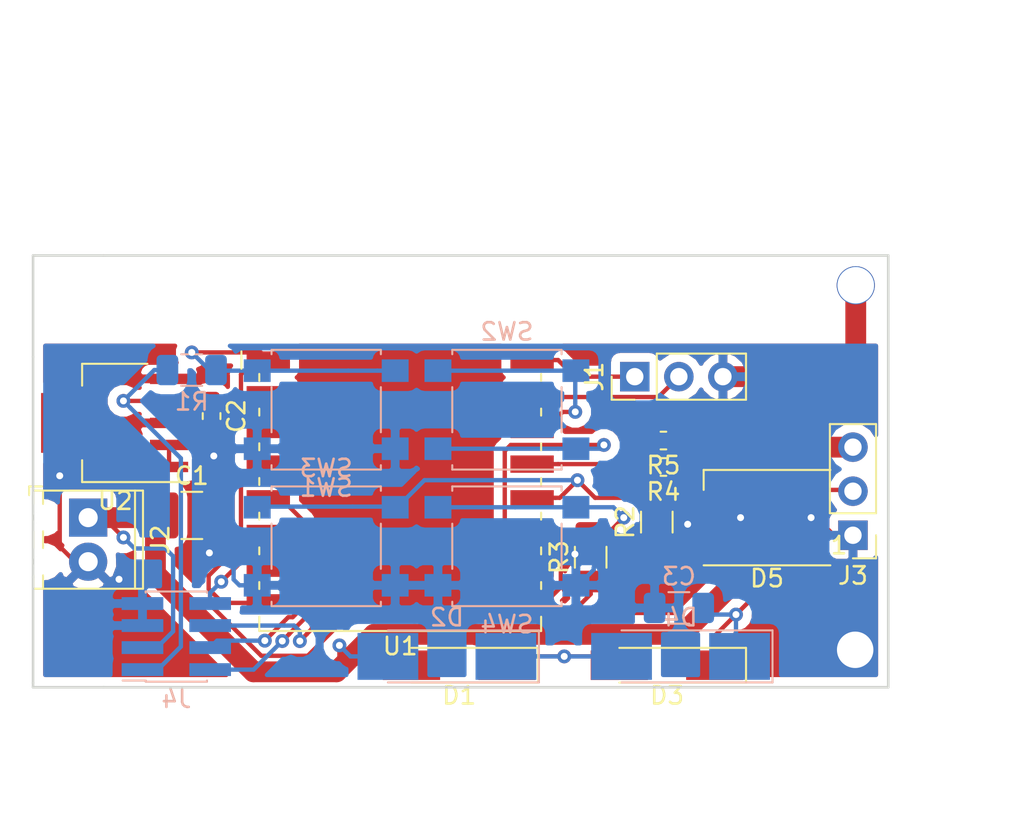
<source format=kicad_pcb>
(kicad_pcb (version 20171130) (host pcbnew 5.0.0-fee4fd1~66~ubuntu16.04.1)

  (general
    (thickness 1.6)
    (drawings 13)
    (tracks 286)
    (zones 0)
    (modules 23)
    (nets 21)
  )

  (page A4)
  (layers
    (0 F.Cu signal)
    (31 B.Cu signal)
    (32 B.Adhes user)
    (33 F.Adhes user)
    (34 B.Paste user)
    (35 F.Paste user)
    (36 B.SilkS user)
    (37 F.SilkS user)
    (38 B.Mask user)
    (39 F.Mask user)
    (40 Dwgs.User user)
    (41 Cmts.User user)
    (42 Eco1.User user)
    (43 Eco2.User user)
    (44 Edge.Cuts user)
    (45 Margin user)
    (46 B.CrtYd user)
    (47 F.CrtYd user)
    (48 B.Fab user)
    (49 F.Fab user)
  )

  (setup
    (last_trace_width 0.25)
    (user_trace_width 0.25)
    (user_trace_width 0.4)
    (user_trace_width 1.2)
    (trace_clearance 0.2)
    (zone_clearance 0.508)
    (zone_45_only no)
    (trace_min 0.2)
    (segment_width 0.2)
    (edge_width 0.15)
    (via_size 0.8)
    (via_drill 0.4)
    (via_min_size 0.4)
    (via_min_drill 0.3)
    (user_via 0.8 0.4)
    (user_via 1.6 0.4)
    (user_via 1.6 0.8)
    (user_via 2.2 2.1)
    (uvia_size 0.3)
    (uvia_drill 0.1)
    (uvias_allowed no)
    (uvia_min_size 0.2)
    (uvia_min_drill 0.1)
    (pcb_text_width 0.3)
    (pcb_text_size 1.5 1.5)
    (mod_edge_width 0.15)
    (mod_text_size 1 1)
    (mod_text_width 0.15)
    (pad_size 1.524 1.524)
    (pad_drill 0.762)
    (pad_to_mask_clearance 0.2)
    (aux_axis_origin 0 0)
    (visible_elements FFFFFF7F)
    (pcbplotparams
      (layerselection 0x010fc_ffffffff)
      (usegerberextensions false)
      (usegerberattributes false)
      (usegerberadvancedattributes false)
      (creategerberjobfile false)
      (excludeedgelayer true)
      (linewidth 0.100000)
      (plotframeref false)
      (viasonmask false)
      (mode 1)
      (useauxorigin false)
      (hpglpennumber 1)
      (hpglpenspeed 20)
      (hpglpendiameter 15.000000)
      (psnegative false)
      (psa4output false)
      (plotreference true)
      (plotvalue true)
      (plotinvisibletext false)
      (padsonsilk false)
      (subtractmaskfromsilk false)
      (outputformat 1)
      (mirror false)
      (drillshape 0)
      (scaleselection 1)
      (outputdirectory ""))
  )

  (net 0 "")
  (net 1 /5V_INP)
  (net 2 GND)
  (net 3 +3V3)
  (net 4 "Net-(D1-Pad1)")
  (net 5 "Net-(D5-Pad4)")
  (net 6 /WS2812B_DATA)
  (net 7 /TX)
  (net 8 /RX)
  (net 9 "Net-(R1-Pad2)")
  (net 10 /GPIO0)
  (net 11 /GPIO2)
  (net 12 "Net-(R5-Pad2)")
  (net 13 "Net-(SW2-Pad1)")
  (net 14 "Net-(U1-Pad2)")
  (net 15 "Net-(C3-Pad1)")
  (net 16 /GPIO12)
  (net 17 /GPIO13)
  (net 18 /GPIO14)
  (net 19 /GPIO16)
  (net 20 "Net-(SW2-Pad2)")

  (net_class Default "This is the default net class."
    (clearance 0.2)
    (trace_width 0.25)
    (via_dia 0.8)
    (via_drill 0.4)
    (uvia_dia 0.3)
    (uvia_drill 0.1)
    (add_net +3V3)
    (add_net /5V_INP)
    (add_net /GPIO0)
    (add_net /GPIO12)
    (add_net /GPIO13)
    (add_net /GPIO14)
    (add_net /GPIO16)
    (add_net /GPIO2)
    (add_net /RX)
    (add_net /TX)
    (add_net /WS2812B_DATA)
    (add_net GND)
    (add_net "Net-(C3-Pad1)")
    (add_net "Net-(D1-Pad1)")
    (add_net "Net-(D5-Pad4)")
    (add_net "Net-(R1-Pad2)")
    (add_net "Net-(R5-Pad2)")
    (add_net "Net-(SW2-Pad1)")
    (add_net "Net-(SW2-Pad2)")
    (add_net "Net-(U1-Pad2)")
  )

  (net_class power ""
    (clearance 0.3)
    (trace_width 1.2)
    (via_dia 1.6)
    (via_drill 0.8)
    (uvia_dia 0.3)
    (uvia_drill 0.1)
  )

  (module Capacitor_SMD:C_1206_3216Metric (layer B.Cu) (tedit 5B301BBE) (tstamp 5BC87C22)
    (at 136.909 79.502 180)
    (descr "Capacitor SMD 1206 (3216 Metric), square (rectangular) end terminal, IPC_7351 nominal, (Body size source: http://www.tortai-tech.com/upload/download/2011102023233369053.pdf), generated with kicad-footprint-generator")
    (tags capacitor)
    (path /5B9ECDB8)
    (attr smd)
    (fp_text reference C3 (at 0 1.82 180) (layer B.SilkS)
      (effects (font (size 1 1) (thickness 0.15)) (justify mirror))
    )
    (fp_text value 100nf (at 0 -1.82 180) (layer B.Fab)
      (effects (font (size 1 1) (thickness 0.15)) (justify mirror))
    )
    (fp_line (start -1.6 -0.8) (end -1.6 0.8) (layer B.Fab) (width 0.1))
    (fp_line (start -1.6 0.8) (end 1.6 0.8) (layer B.Fab) (width 0.1))
    (fp_line (start 1.6 0.8) (end 1.6 -0.8) (layer B.Fab) (width 0.1))
    (fp_line (start 1.6 -0.8) (end -1.6 -0.8) (layer B.Fab) (width 0.1))
    (fp_line (start -0.602064 0.91) (end 0.602064 0.91) (layer B.SilkS) (width 0.12))
    (fp_line (start -0.602064 -0.91) (end 0.602064 -0.91) (layer B.SilkS) (width 0.12))
    (fp_line (start -2.28 -1.12) (end -2.28 1.12) (layer B.CrtYd) (width 0.05))
    (fp_line (start -2.28 1.12) (end 2.28 1.12) (layer B.CrtYd) (width 0.05))
    (fp_line (start 2.28 1.12) (end 2.28 -1.12) (layer B.CrtYd) (width 0.05))
    (fp_line (start 2.28 -1.12) (end -2.28 -1.12) (layer B.CrtYd) (width 0.05))
    (fp_text user %R (at 0 0 180) (layer B.Fab)
      (effects (font (size 0.8 0.8) (thickness 0.12)) (justify mirror))
    )
    (pad 1 smd roundrect (at -1.4 0 180) (size 1.25 1.75) (layers B.Cu B.Paste B.Mask) (roundrect_rratio 0.2)
      (net 15 "Net-(C3-Pad1)"))
    (pad 2 smd roundrect (at 1.4 0 180) (size 1.25 1.75) (layers B.Cu B.Paste B.Mask) (roundrect_rratio 0.2)
      (net 2 GND))
    (model ${KISYS3DMOD}/Capacitor_SMD.3dshapes/C_1206_3216Metric.wrl
      (at (xyz 0 0 0))
      (scale (xyz 1 1 1))
      (rotate (xyz 0 0 0))
    )
  )

  (module Capacitor_SMD:C_1210_3225Metric (layer F.Cu) (tedit 5B9E073D) (tstamp 5BC834C2)
    (at 108.842 74.168)
    (descr "Capacitor SMD 1210 (3225 Metric), square (rectangular) end terminal, IPC_7351 nominal, (Body size source: http://www.tortai-tech.com/upload/download/2011102023233369053.pdf), generated with kicad-footprint-generator")
    (tags capacitor)
    (path /5B9D6872)
    (attr smd)
    (fp_text reference C1 (at 0 -2.28) (layer F.SilkS)
      (effects (font (size 1 1) (thickness 0.15)))
    )
    (fp_text value 4.7uF (at 0 2.28) (layer F.Fab)
      (effects (font (size 1 1) (thickness 0.15)))
    )
    (fp_line (start -1.6 1.25) (end -1.6 -1.25) (layer F.Fab) (width 0.1))
    (fp_line (start -1.6 -1.25) (end 1.6 -1.25) (layer F.Fab) (width 0.1))
    (fp_line (start 1.6 -1.25) (end 1.6 1.25) (layer F.Fab) (width 0.1))
    (fp_line (start 1.6 1.25) (end -1.6 1.25) (layer F.Fab) (width 0.1))
    (fp_line (start -0.602064 -1.36) (end 0.602064 -1.36) (layer F.SilkS) (width 0.12))
    (fp_line (start -0.602064 1.36) (end 0.602064 1.36) (layer F.SilkS) (width 0.12))
    (fp_line (start -2.28 1.58) (end -2.28 -1.58) (layer F.CrtYd) (width 0.05))
    (fp_line (start -2.28 -1.58) (end 2.28 -1.58) (layer F.CrtYd) (width 0.05))
    (fp_line (start 2.28 -1.58) (end 2.28 1.58) (layer F.CrtYd) (width 0.05))
    (fp_line (start 2.28 1.58) (end -2.28 1.58) (layer F.CrtYd) (width 0.05))
    (fp_text user %R (at 0 0) (layer F.Fab)
      (effects (font (size 0.8 0.8) (thickness 0.12)))
    )
    (pad 1 smd roundrect (at -1.4 0) (size 1.25 2.65) (layers F.Cu F.Paste F.Mask) (roundrect_rratio 0.2)
      (net 1 /5V_INP))
    (pad 2 smd roundrect (at 1.4 0) (size 1.25 2.65) (layers F.Cu F.Paste F.Mask) (roundrect_rratio 0.2)
      (net 2 GND))
    (model ${KISYS3DMOD}/Capacitor_SMD.3dshapes/C_1210_3225Metric.wrl
      (at (xyz 0 0 0))
      (scale (xyz 1 1 1))
      (rotate (xyz 0 0 0))
    )
  )

  (module Capacitor_SMD:C_0603_1608Metric_Pad1.05x0.95mm_HandSolder (layer F.Cu) (tedit 5B301BBE) (tstamp 5BC834D3)
    (at 109.982 68.439 270)
    (descr "Capacitor SMD 0603 (1608 Metric), square (rectangular) end terminal, IPC_7351 nominal with elongated pad for handsoldering. (Body size source: http://www.tortai-tech.com/upload/download/2011102023233369053.pdf), generated with kicad-footprint-generator")
    (tags "capacitor handsolder")
    (path /5B9D6FC4)
    (attr smd)
    (fp_text reference C2 (at 0 -1.43 270) (layer F.SilkS)
      (effects (font (size 1 1) (thickness 0.15)))
    )
    (fp_text value 1uF (at 0 1.43 270) (layer F.Fab)
      (effects (font (size 1 1) (thickness 0.15)))
    )
    (fp_line (start -0.8 0.4) (end -0.8 -0.4) (layer F.Fab) (width 0.1))
    (fp_line (start -0.8 -0.4) (end 0.8 -0.4) (layer F.Fab) (width 0.1))
    (fp_line (start 0.8 -0.4) (end 0.8 0.4) (layer F.Fab) (width 0.1))
    (fp_line (start 0.8 0.4) (end -0.8 0.4) (layer F.Fab) (width 0.1))
    (fp_line (start -0.171267 -0.51) (end 0.171267 -0.51) (layer F.SilkS) (width 0.12))
    (fp_line (start -0.171267 0.51) (end 0.171267 0.51) (layer F.SilkS) (width 0.12))
    (fp_line (start -1.65 0.73) (end -1.65 -0.73) (layer F.CrtYd) (width 0.05))
    (fp_line (start -1.65 -0.73) (end 1.65 -0.73) (layer F.CrtYd) (width 0.05))
    (fp_line (start 1.65 -0.73) (end 1.65 0.73) (layer F.CrtYd) (width 0.05))
    (fp_line (start 1.65 0.73) (end -1.65 0.73) (layer F.CrtYd) (width 0.05))
    (fp_text user %R (at 0 0 270) (layer F.Fab)
      (effects (font (size 0.4 0.4) (thickness 0.06)))
    )
    (pad 1 smd roundrect (at -0.875 0 270) (size 1.05 0.95) (layers F.Cu F.Paste F.Mask) (roundrect_rratio 0.25)
      (net 3 +3V3))
    (pad 2 smd roundrect (at 0.875 0 270) (size 1.05 0.95) (layers F.Cu F.Paste F.Mask) (roundrect_rratio 0.25)
      (net 2 GND))
    (model ${KISYS3DMOD}/Capacitor_SMD.3dshapes/C_0603_1608Metric.wrl
      (at (xyz 0 0 0))
      (scale (xyz 1 1 1))
      (rotate (xyz 0 0 0))
    )
  )

  (module Diode_SMD:D_MiniMELF_Handsoldering (layer F.Cu) (tedit 5905D919) (tstamp 5BC84851)
    (at 124.25 82.804 180)
    (descr "Diode Mini-MELF Handsoldering")
    (tags "Diode Mini-MELF Handsoldering")
    (path /5B9E8321)
    (attr smd)
    (fp_text reference D1 (at 0 -1.75 180) (layer F.SilkS)
      (effects (font (size 1 1) (thickness 0.15)))
    )
    (fp_text value D (at 0 1.75 180) (layer F.Fab)
      (effects (font (size 1 1) (thickness 0.15)))
    )
    (fp_text user %R (at 0 -1.75 180) (layer F.Fab)
      (effects (font (size 1 1) (thickness 0.15)))
    )
    (fp_line (start 2.75 -1) (end -4.55 -1) (layer F.SilkS) (width 0.12))
    (fp_line (start -4.55 -1) (end -4.55 1) (layer F.SilkS) (width 0.12))
    (fp_line (start -4.55 1) (end 2.75 1) (layer F.SilkS) (width 0.12))
    (fp_line (start 1.65 -0.8) (end 1.65 0.8) (layer F.Fab) (width 0.1))
    (fp_line (start 1.65 0.8) (end -1.65 0.8) (layer F.Fab) (width 0.1))
    (fp_line (start -1.65 0.8) (end -1.65 -0.8) (layer F.Fab) (width 0.1))
    (fp_line (start -1.65 -0.8) (end 1.65 -0.8) (layer F.Fab) (width 0.1))
    (fp_line (start 0.25 0) (end 0.75 0) (layer F.Fab) (width 0.1))
    (fp_line (start 0.25 0.4) (end -0.35 0) (layer F.Fab) (width 0.1))
    (fp_line (start 0.25 -0.4) (end 0.25 0.4) (layer F.Fab) (width 0.1))
    (fp_line (start -0.35 0) (end 0.25 -0.4) (layer F.Fab) (width 0.1))
    (fp_line (start -0.35 0) (end -0.35 0.55) (layer F.Fab) (width 0.1))
    (fp_line (start -0.35 0) (end -0.35 -0.55) (layer F.Fab) (width 0.1))
    (fp_line (start -0.75 0) (end -0.35 0) (layer F.Fab) (width 0.1))
    (fp_line (start -4.65 -1.1) (end 4.65 -1.1) (layer F.CrtYd) (width 0.05))
    (fp_line (start 4.65 -1.1) (end 4.65 1.1) (layer F.CrtYd) (width 0.05))
    (fp_line (start 4.65 1.1) (end -4.65 1.1) (layer F.CrtYd) (width 0.05))
    (fp_line (start -4.65 1.1) (end -4.65 -1.1) (layer F.CrtYd) (width 0.05))
    (pad 1 smd rect (at -2.75 0 180) (size 3.3 1.7) (layers F.Cu F.Paste F.Mask)
      (net 4 "Net-(D1-Pad1)"))
    (pad 2 smd rect (at 2.75 0 180) (size 3.3 1.7) (layers F.Cu F.Paste F.Mask)
      (net 1 /5V_INP))
    (model ${KISYS3DMOD}/Diode_SMD.3dshapes/D_MiniMELF.wrl
      (at (xyz 0 0 0))
      (scale (xyz 1 1 1))
      (rotate (xyz 0 0 0))
    )
  )

  (module Diode_SMD:D_MELF_Handsoldering (layer B.Cu) (tedit 5905D89D) (tstamp 5BC84737)
    (at 123.542 82.296 180)
    (descr "Diode MELF Handsoldering")
    (tags "Diode MELF Handsoldering")
    (path /5B9D0CD7)
    (attr smd)
    (fp_text reference D2 (at 0 2.25 180) (layer B.SilkS)
      (effects (font (size 1 1) (thickness 0.15)) (justify mirror))
    )
    (fp_text value D (at 0 -2.25 180) (layer B.Fab)
      (effects (font (size 1 1) (thickness 0.15)) (justify mirror))
    )
    (fp_line (start -5.4 -1.6) (end -5.4 1.6) (layer B.CrtYd) (width 0.05))
    (fp_line (start 5.4 -1.6) (end -5.4 -1.6) (layer B.CrtYd) (width 0.05))
    (fp_line (start 5.4 1.6) (end 5.4 -1.6) (layer B.CrtYd) (width 0.05))
    (fp_line (start -5.4 1.6) (end 5.4 1.6) (layer B.CrtYd) (width 0.05))
    (fp_line (start -0.64944 -0.00102) (end 0.50118 0.79908) (layer B.Fab) (width 0.1))
    (fp_line (start -0.64944 -0.00102) (end 0.50118 -0.75032) (layer B.Fab) (width 0.1))
    (fp_line (start 0.50118 -0.75032) (end 0.50118 0.79908) (layer B.Fab) (width 0.1))
    (fp_line (start -0.64944 0.79908) (end -0.64944 -0.80112) (layer B.Fab) (width 0.1))
    (fp_line (start 0.50118 -0.00102) (end 1.4994 -0.00102) (layer B.Fab) (width 0.1))
    (fp_line (start -0.64944 -0.00102) (end -1.55114 -0.00102) (layer B.Fab) (width 0.1))
    (fp_line (start 2.6 -1.3) (end 2.6 1.3) (layer B.Fab) (width 0.1))
    (fp_line (start -2.6 -1.3) (end 2.6 -1.3) (layer B.Fab) (width 0.1))
    (fp_line (start -2.6 1.3) (end -2.6 -1.3) (layer B.Fab) (width 0.1))
    (fp_line (start 2.6 1.3) (end -2.6 1.3) (layer B.Fab) (width 0.1))
    (fp_line (start -5.3 -1.5) (end 3.4 -1.5) (layer B.SilkS) (width 0.12))
    (fp_line (start -5.3 1.5) (end -5.3 -1.5) (layer B.SilkS) (width 0.12))
    (fp_line (start 3.4 1.5) (end -5.3 1.5) (layer B.SilkS) (width 0.12))
    (fp_text user %R (at 0 2.25 180) (layer B.Fab)
      (effects (font (size 1 1) (thickness 0.15)) (justify mirror))
    )
    (pad 2 smd rect (at 3.4 0 180) (size 3.5 2.7) (layers B.Cu B.Paste B.Mask)
      (net 1 /5V_INP))
    (pad 1 smd rect (at -3.4 0 180) (size 3.5 2.7) (layers B.Cu B.Paste B.Mask)
      (net 4 "Net-(D1-Pad1)"))
    (model ${KISYS3DMOD}/Diode_SMD.3dshapes/D_MELF.wrl
      (at (xyz 0 0 0))
      (scale (xyz 1 1 1))
      (rotate (xyz 0 0 0))
    )
  )

  (module Diode_SMD:D_MiniMELF_Handsoldering (layer F.Cu) (tedit 5905D919) (tstamp 5BC84809)
    (at 136.227 82.804 180)
    (descr "Diode Mini-MELF Handsoldering")
    (tags "Diode Mini-MELF Handsoldering")
    (path /5B9E82A9)
    (attr smd)
    (fp_text reference D3 (at 0 -1.75 180) (layer F.SilkS)
      (effects (font (size 1 1) (thickness 0.15)))
    )
    (fp_text value D (at 0 1.75 180) (layer F.Fab)
      (effects (font (size 1 1) (thickness 0.15)))
    )
    (fp_line (start -4.65 1.1) (end -4.65 -1.1) (layer F.CrtYd) (width 0.05))
    (fp_line (start 4.65 1.1) (end -4.65 1.1) (layer F.CrtYd) (width 0.05))
    (fp_line (start 4.65 -1.1) (end 4.65 1.1) (layer F.CrtYd) (width 0.05))
    (fp_line (start -4.65 -1.1) (end 4.65 -1.1) (layer F.CrtYd) (width 0.05))
    (fp_line (start -0.75 0) (end -0.35 0) (layer F.Fab) (width 0.1))
    (fp_line (start -0.35 0) (end -0.35 -0.55) (layer F.Fab) (width 0.1))
    (fp_line (start -0.35 0) (end -0.35 0.55) (layer F.Fab) (width 0.1))
    (fp_line (start -0.35 0) (end 0.25 -0.4) (layer F.Fab) (width 0.1))
    (fp_line (start 0.25 -0.4) (end 0.25 0.4) (layer F.Fab) (width 0.1))
    (fp_line (start 0.25 0.4) (end -0.35 0) (layer F.Fab) (width 0.1))
    (fp_line (start 0.25 0) (end 0.75 0) (layer F.Fab) (width 0.1))
    (fp_line (start -1.65 -0.8) (end 1.65 -0.8) (layer F.Fab) (width 0.1))
    (fp_line (start -1.65 0.8) (end -1.65 -0.8) (layer F.Fab) (width 0.1))
    (fp_line (start 1.65 0.8) (end -1.65 0.8) (layer F.Fab) (width 0.1))
    (fp_line (start 1.65 -0.8) (end 1.65 0.8) (layer F.Fab) (width 0.1))
    (fp_line (start -4.55 1) (end 2.75 1) (layer F.SilkS) (width 0.12))
    (fp_line (start -4.55 -1) (end -4.55 1) (layer F.SilkS) (width 0.12))
    (fp_line (start 2.75 -1) (end -4.55 -1) (layer F.SilkS) (width 0.12))
    (fp_text user %R (at 0 -1.75 180) (layer F.Fab)
      (effects (font (size 1 1) (thickness 0.15)))
    )
    (pad 2 smd rect (at 2.75 0 180) (size 3.3 1.7) (layers F.Cu F.Paste F.Mask)
      (net 4 "Net-(D1-Pad1)"))
    (pad 1 smd rect (at -2.75 0 180) (size 3.3 1.7) (layers F.Cu F.Paste F.Mask)
      (net 15 "Net-(C3-Pad1)"))
    (model ${KISYS3DMOD}/Diode_SMD.3dshapes/D_MiniMELF.wrl
      (at (xyz 0 0 0))
      (scale (xyz 1 1 1))
      (rotate (xyz 0 0 0))
    )
  )

  (module Diode_SMD:D_MELF_Handsoldering (layer B.Cu) (tedit 5905D89D) (tstamp 5BD42CE6)
    (at 137.004 82.296 180)
    (descr "Diode MELF Handsoldering")
    (tags "Diode MELF Handsoldering")
    (path /5B9D0DA1)
    (attr smd)
    (fp_text reference D4 (at 0 2.25 180) (layer B.SilkS)
      (effects (font (size 1 1) (thickness 0.15)) (justify mirror))
    )
    (fp_text value D (at 0 -2.25 180) (layer B.Fab)
      (effects (font (size 1 1) (thickness 0.15)) (justify mirror))
    )
    (fp_text user %R (at 0 2.25 180) (layer B.Fab)
      (effects (font (size 1 1) (thickness 0.15)) (justify mirror))
    )
    (fp_line (start 3.4 1.5) (end -5.3 1.5) (layer B.SilkS) (width 0.12))
    (fp_line (start -5.3 1.5) (end -5.3 -1.5) (layer B.SilkS) (width 0.12))
    (fp_line (start -5.3 -1.5) (end 3.4 -1.5) (layer B.SilkS) (width 0.12))
    (fp_line (start 2.6 1.3) (end -2.6 1.3) (layer B.Fab) (width 0.1))
    (fp_line (start -2.6 1.3) (end -2.6 -1.3) (layer B.Fab) (width 0.1))
    (fp_line (start -2.6 -1.3) (end 2.6 -1.3) (layer B.Fab) (width 0.1))
    (fp_line (start 2.6 -1.3) (end 2.6 1.3) (layer B.Fab) (width 0.1))
    (fp_line (start -0.64944 -0.00102) (end -1.55114 -0.00102) (layer B.Fab) (width 0.1))
    (fp_line (start 0.50118 -0.00102) (end 1.4994 -0.00102) (layer B.Fab) (width 0.1))
    (fp_line (start -0.64944 0.79908) (end -0.64944 -0.80112) (layer B.Fab) (width 0.1))
    (fp_line (start 0.50118 -0.75032) (end 0.50118 0.79908) (layer B.Fab) (width 0.1))
    (fp_line (start -0.64944 -0.00102) (end 0.50118 -0.75032) (layer B.Fab) (width 0.1))
    (fp_line (start -0.64944 -0.00102) (end 0.50118 0.79908) (layer B.Fab) (width 0.1))
    (fp_line (start -5.4 1.6) (end 5.4 1.6) (layer B.CrtYd) (width 0.05))
    (fp_line (start 5.4 1.6) (end 5.4 -1.6) (layer B.CrtYd) (width 0.05))
    (fp_line (start 5.4 -1.6) (end -5.4 -1.6) (layer B.CrtYd) (width 0.05))
    (fp_line (start -5.4 -1.6) (end -5.4 1.6) (layer B.CrtYd) (width 0.05))
    (pad 1 smd rect (at -3.4 0 180) (size 3.5 2.7) (layers B.Cu B.Paste B.Mask)
      (net 15 "Net-(C3-Pad1)"))
    (pad 2 smd rect (at 3.4 0 180) (size 3.5 2.7) (layers B.Cu B.Paste B.Mask)
      (net 4 "Net-(D1-Pad1)"))
    (model ${KISYS3DMOD}/Diode_SMD.3dshapes/D_MELF.wrl
      (at (xyz 0 0 0))
      (scale (xyz 1 1 1))
      (rotate (xyz 0 0 0))
    )
  )

  (module LED_SMD:LED_WS2812B_PLCC4_5.0x5.0mm_P3.2mm (layer F.Cu) (tedit 5AA4B285) (tstamp 5BC84434)
    (at 141.986 74.295 180)
    (descr https://cdn-shop.adafruit.com/datasheets/WS2812B.pdf)
    (tags "LED RGB NeoPixel")
    (path /5B9CF509)
    (attr smd)
    (fp_text reference D5 (at 0 -3.5 180) (layer F.SilkS)
      (effects (font (size 1 1) (thickness 0.15)))
    )
    (fp_text value WS2812B (at 0 4 180) (layer F.Fab)
      (effects (font (size 1 1) (thickness 0.15)))
    )
    (fp_text user 1 (at -4.15 -1.6 180) (layer F.SilkS)
      (effects (font (size 1 1) (thickness 0.15)))
    )
    (fp_text user %R (at 0 0 180) (layer F.Fab)
      (effects (font (size 0.8 0.8) (thickness 0.15)))
    )
    (fp_line (start 3.45 -2.75) (end -3.45 -2.75) (layer F.CrtYd) (width 0.05))
    (fp_line (start 3.45 2.75) (end 3.45 -2.75) (layer F.CrtYd) (width 0.05))
    (fp_line (start -3.45 2.75) (end 3.45 2.75) (layer F.CrtYd) (width 0.05))
    (fp_line (start -3.45 -2.75) (end -3.45 2.75) (layer F.CrtYd) (width 0.05))
    (fp_line (start 2.5 1.5) (end 1.5 2.5) (layer F.Fab) (width 0.1))
    (fp_line (start -2.5 -2.5) (end -2.5 2.5) (layer F.Fab) (width 0.1))
    (fp_line (start -2.5 2.5) (end 2.5 2.5) (layer F.Fab) (width 0.1))
    (fp_line (start 2.5 2.5) (end 2.5 -2.5) (layer F.Fab) (width 0.1))
    (fp_line (start 2.5 -2.5) (end -2.5 -2.5) (layer F.Fab) (width 0.1))
    (fp_line (start -3.65 -2.75) (end 3.65 -2.75) (layer F.SilkS) (width 0.12))
    (fp_line (start -3.65 2.75) (end 3.65 2.75) (layer F.SilkS) (width 0.12))
    (fp_line (start 3.65 2.75) (end 3.65 1.6) (layer F.SilkS) (width 0.12))
    (fp_circle (center 0 0) (end 0 -2) (layer F.Fab) (width 0.1))
    (pad 3 smd rect (at 2.45 1.6 180) (size 1.5 1) (layers F.Cu F.Paste F.Mask)
      (net 2 GND))
    (pad 4 smd rect (at 2.45 -1.6 180) (size 1.5 1) (layers F.Cu F.Paste F.Mask)
      (net 5 "Net-(D5-Pad4)"))
    (pad 2 smd rect (at -2.45 1.6 180) (size 1.5 1) (layers F.Cu F.Paste F.Mask)
      (net 6 /WS2812B_DATA))
    (pad 1 smd rect (at -2.45 -1.6 180) (size 1.5 1) (layers F.Cu F.Paste F.Mask)
      (net 15 "Net-(C3-Pad1)"))
    (model ${KISYS3DMOD}/LED_SMD.3dshapes/LED_WS2812B_PLCC4_5.0x5.0mm_P3.2mm.wrl
      (at (xyz 0 0 0))
      (scale (xyz 1 1 1))
      (rotate (xyz 0 0 0))
    )
  )

  (module Connector_PinHeader_2.54mm:PinHeader_1x03_P2.54mm_Vertical (layer F.Cu) (tedit 59FED5CC) (tstamp 5BC84518)
    (at 134.366 66.167 90)
    (descr "Through hole straight pin header, 1x03, 2.54mm pitch, single row")
    (tags "Through hole pin header THT 1x03 2.54mm single row")
    (path /5B9D2682)
    (fp_text reference J1 (at 0 -2.33 90) (layer F.SilkS)
      (effects (font (size 1 1) (thickness 0.15)))
    )
    (fp_text value UART (at 0 7.41 90) (layer F.Fab)
      (effects (font (size 1 1) (thickness 0.15)))
    )
    (fp_line (start -0.635 -1.27) (end 1.27 -1.27) (layer F.Fab) (width 0.1))
    (fp_line (start 1.27 -1.27) (end 1.27 6.35) (layer F.Fab) (width 0.1))
    (fp_line (start 1.27 6.35) (end -1.27 6.35) (layer F.Fab) (width 0.1))
    (fp_line (start -1.27 6.35) (end -1.27 -0.635) (layer F.Fab) (width 0.1))
    (fp_line (start -1.27 -0.635) (end -0.635 -1.27) (layer F.Fab) (width 0.1))
    (fp_line (start -1.33 6.41) (end 1.33 6.41) (layer F.SilkS) (width 0.12))
    (fp_line (start -1.33 1.27) (end -1.33 6.41) (layer F.SilkS) (width 0.12))
    (fp_line (start 1.33 1.27) (end 1.33 6.41) (layer F.SilkS) (width 0.12))
    (fp_line (start -1.33 1.27) (end 1.33 1.27) (layer F.SilkS) (width 0.12))
    (fp_line (start -1.33 0) (end -1.33 -1.33) (layer F.SilkS) (width 0.12))
    (fp_line (start -1.33 -1.33) (end 0 -1.33) (layer F.SilkS) (width 0.12))
    (fp_line (start -1.8 -1.8) (end -1.8 6.85) (layer F.CrtYd) (width 0.05))
    (fp_line (start -1.8 6.85) (end 1.8 6.85) (layer F.CrtYd) (width 0.05))
    (fp_line (start 1.8 6.85) (end 1.8 -1.8) (layer F.CrtYd) (width 0.05))
    (fp_line (start 1.8 -1.8) (end -1.8 -1.8) (layer F.CrtYd) (width 0.05))
    (fp_text user %R (at 0 2.54 180) (layer F.Fab)
      (effects (font (size 1 1) (thickness 0.15)))
    )
    (pad 1 thru_hole rect (at 0 0 90) (size 1.7 1.7) (drill 1) (layers *.Cu *.Mask)
      (net 7 /TX))
    (pad 2 thru_hole oval (at 0 2.54 90) (size 1.7 1.7) (drill 1) (layers *.Cu *.Mask)
      (net 8 /RX))
    (pad 3 thru_hole oval (at 0 5.08 90) (size 1.7 1.7) (drill 1) (layers *.Cu *.Mask)
      (net 2 GND))
    (model ${KISYS3DMOD}/Connector_PinHeader_2.54mm.3dshapes/PinHeader_1x03_P2.54mm_Vertical.wrl
      (at (xyz 0 0 0))
      (scale (xyz 1 1 1))
      (rotate (xyz 0 0 0))
    )
  )

  (module Connector_PinHeader_2.54mm:PinHeader_1x03_P2.54mm_Vertical (layer F.Cu) (tedit 59FED5CC) (tstamp 5BC8800F)
    (at 146.939 75.311 180)
    (descr "Through hole straight pin header, 1x03, 2.54mm pitch, single row")
    (tags "Through hole pin header THT 1x03 2.54mm single row")
    (path /5B9D1E59)
    (fp_text reference J3 (at 0 -2.33 180) (layer F.SilkS)
      (effects (font (size 1 1) (thickness 0.15)))
    )
    (fp_text value WS2812B_DRIVER (at 0 7.41 180) (layer F.Fab)
      (effects (font (size 1 1) (thickness 0.15)))
    )
    (fp_text user %R (at 0 2.54 270) (layer F.Fab)
      (effects (font (size 1 1) (thickness 0.15)))
    )
    (fp_line (start 1.8 -1.8) (end -1.8 -1.8) (layer F.CrtYd) (width 0.05))
    (fp_line (start 1.8 6.85) (end 1.8 -1.8) (layer F.CrtYd) (width 0.05))
    (fp_line (start -1.8 6.85) (end 1.8 6.85) (layer F.CrtYd) (width 0.05))
    (fp_line (start -1.8 -1.8) (end -1.8 6.85) (layer F.CrtYd) (width 0.05))
    (fp_line (start -1.33 -1.33) (end 0 -1.33) (layer F.SilkS) (width 0.12))
    (fp_line (start -1.33 0) (end -1.33 -1.33) (layer F.SilkS) (width 0.12))
    (fp_line (start -1.33 1.27) (end 1.33 1.27) (layer F.SilkS) (width 0.12))
    (fp_line (start 1.33 1.27) (end 1.33 6.41) (layer F.SilkS) (width 0.12))
    (fp_line (start -1.33 1.27) (end -1.33 6.41) (layer F.SilkS) (width 0.12))
    (fp_line (start -1.33 6.41) (end 1.33 6.41) (layer F.SilkS) (width 0.12))
    (fp_line (start -1.27 -0.635) (end -0.635 -1.27) (layer F.Fab) (width 0.1))
    (fp_line (start -1.27 6.35) (end -1.27 -0.635) (layer F.Fab) (width 0.1))
    (fp_line (start 1.27 6.35) (end -1.27 6.35) (layer F.Fab) (width 0.1))
    (fp_line (start 1.27 -1.27) (end 1.27 6.35) (layer F.Fab) (width 0.1))
    (fp_line (start -0.635 -1.27) (end 1.27 -1.27) (layer F.Fab) (width 0.1))
    (pad 3 thru_hole oval (at 0 5.08 180) (size 1.7 1.7) (drill 1) (layers *.Cu *.Mask)
      (net 1 /5V_INP))
    (pad 2 thru_hole oval (at 0 2.54 180) (size 1.7 1.7) (drill 1) (layers *.Cu *.Mask)
      (net 6 /WS2812B_DATA))
    (pad 1 thru_hole rect (at 0 0 180) (size 1.7 1.7) (drill 1) (layers *.Cu *.Mask)
      (net 2 GND))
    (model ${KISYS3DMOD}/Connector_PinHeader_2.54mm.3dshapes/PinHeader_1x03_P2.54mm_Vertical.wrl
      (at (xyz 0 0 0))
      (scale (xyz 1 1 1))
      (rotate (xyz 0 0 0))
    )
  )

  (module Resistor_SMD:R_1206_3216Metric (layer B.Cu) (tedit 5B301BBD) (tstamp 5BC835A1)
    (at 108.836 65.786)
    (descr "Resistor SMD 1206 (3216 Metric), square (rectangular) end terminal, IPC_7351 nominal, (Body size source: http://www.tortai-tech.com/upload/download/2011102023233369053.pdf), generated with kicad-footprint-generator")
    (tags resistor)
    (path /5B9D917C)
    (attr smd)
    (fp_text reference R1 (at 0 1.82) (layer B.SilkS)
      (effects (font (size 1 1) (thickness 0.15)) (justify mirror))
    )
    (fp_text value 10K (at 0 -1.82) (layer B.Fab)
      (effects (font (size 1 1) (thickness 0.15)) (justify mirror))
    )
    (fp_line (start -1.6 -0.8) (end -1.6 0.8) (layer B.Fab) (width 0.1))
    (fp_line (start -1.6 0.8) (end 1.6 0.8) (layer B.Fab) (width 0.1))
    (fp_line (start 1.6 0.8) (end 1.6 -0.8) (layer B.Fab) (width 0.1))
    (fp_line (start 1.6 -0.8) (end -1.6 -0.8) (layer B.Fab) (width 0.1))
    (fp_line (start -0.602064 0.91) (end 0.602064 0.91) (layer B.SilkS) (width 0.12))
    (fp_line (start -0.602064 -0.91) (end 0.602064 -0.91) (layer B.SilkS) (width 0.12))
    (fp_line (start -2.28 -1.12) (end -2.28 1.12) (layer B.CrtYd) (width 0.05))
    (fp_line (start -2.28 1.12) (end 2.28 1.12) (layer B.CrtYd) (width 0.05))
    (fp_line (start 2.28 1.12) (end 2.28 -1.12) (layer B.CrtYd) (width 0.05))
    (fp_line (start 2.28 -1.12) (end -2.28 -1.12) (layer B.CrtYd) (width 0.05))
    (fp_text user %R (at 0 0) (layer B.Fab)
      (effects (font (size 0.8 0.8) (thickness 0.12)) (justify mirror))
    )
    (pad 1 smd roundrect (at -1.4 0) (size 1.25 1.75) (layers B.Cu B.Paste B.Mask) (roundrect_rratio 0.2)
      (net 3 +3V3))
    (pad 2 smd roundrect (at 1.4 0) (size 1.25 1.75) (layers B.Cu B.Paste B.Mask) (roundrect_rratio 0.2)
      (net 9 "Net-(R1-Pad2)"))
    (model ${KISYS3DMOD}/Resistor_SMD.3dshapes/R_1206_3216Metric.wrl
      (at (xyz 0 0 0))
      (scale (xyz 1 1 1))
      (rotate (xyz 0 0 0))
    )
  )

  (module Resistor_SMD:R_1206_3216Metric (layer F.Cu) (tedit 5B9EBD8C) (tstamp 5BC835B2)
    (at 135.636 74.552 90)
    (descr "Resistor SMD 1206 (3216 Metric), square (rectangular) end terminal, IPC_7351 nominal, (Body size source: http://www.tortai-tech.com/upload/download/2011102023233369053.pdf), generated with kicad-footprint-generator")
    (tags resistor)
    (path /5B9DA467)
    (attr smd)
    (fp_text reference R2 (at 0 -1.82 90) (layer F.SilkS)
      (effects (font (size 1 1) (thickness 0.15)))
    )
    (fp_text value 10K (at 0 1.82 90) (layer F.Fab)
      (effects (font (size 1 1) (thickness 0.15)))
    )
    (fp_text user %R (at 0 0 90) (layer F.Fab)
      (effects (font (size 0.8 0.8) (thickness 0.12)))
    )
    (fp_line (start 2.28 1.12) (end -2.28 1.12) (layer F.CrtYd) (width 0.05))
    (fp_line (start 2.28 -1.12) (end 2.28 1.12) (layer F.CrtYd) (width 0.05))
    (fp_line (start -2.28 -1.12) (end 2.28 -1.12) (layer F.CrtYd) (width 0.05))
    (fp_line (start -2.28 1.12) (end -2.28 -1.12) (layer F.CrtYd) (width 0.05))
    (fp_line (start -0.602064 0.91) (end 0.602064 0.91) (layer F.SilkS) (width 0.12))
    (fp_line (start -0.602064 -0.91) (end 0.602064 -0.91) (layer F.SilkS) (width 0.12))
    (fp_line (start 1.6 0.8) (end -1.6 0.8) (layer F.Fab) (width 0.1))
    (fp_line (start 1.6 -0.8) (end 1.6 0.8) (layer F.Fab) (width 0.1))
    (fp_line (start -1.6 -0.8) (end 1.6 -0.8) (layer F.Fab) (width 0.1))
    (fp_line (start -1.6 0.8) (end -1.6 -0.8) (layer F.Fab) (width 0.1))
    (pad 2 smd roundrect (at 1.4 0 90) (size 1.25 1.75) (layers F.Cu F.Paste F.Mask) (roundrect_rratio 0.2)
      (net 10 /GPIO0))
    (pad 1 smd roundrect (at -1.4 0 90) (size 1.25 1.75) (layers F.Cu F.Paste F.Mask) (roundrect_rratio 0.2)
      (net 3 +3V3))
    (model ${KISYS3DMOD}/Resistor_SMD.3dshapes/R_1206_3216Metric.wrl
      (at (xyz 0 0 0))
      (scale (xyz 1 1 1))
      (rotate (xyz 0 0 0))
    )
  )

  (module Resistor_SMD:R_1206_3216Metric (layer F.Cu) (tedit 5B301BBD) (tstamp 5BC835C3)
    (at 131.826 76.578 90)
    (descr "Resistor SMD 1206 (3216 Metric), square (rectangular) end terminal, IPC_7351 nominal, (Body size source: http://www.tortai-tech.com/upload/download/2011102023233369053.pdf), generated with kicad-footprint-generator")
    (tags resistor)
    (path /5B9E2423)
    (attr smd)
    (fp_text reference R3 (at 0 -1.82 90) (layer F.SilkS)
      (effects (font (size 1 1) (thickness 0.15)))
    )
    (fp_text value 10K (at 0 1.82 90) (layer F.Fab)
      (effects (font (size 1 1) (thickness 0.15)))
    )
    (fp_line (start -1.6 0.8) (end -1.6 -0.8) (layer F.Fab) (width 0.1))
    (fp_line (start -1.6 -0.8) (end 1.6 -0.8) (layer F.Fab) (width 0.1))
    (fp_line (start 1.6 -0.8) (end 1.6 0.8) (layer F.Fab) (width 0.1))
    (fp_line (start 1.6 0.8) (end -1.6 0.8) (layer F.Fab) (width 0.1))
    (fp_line (start -0.602064 -0.91) (end 0.602064 -0.91) (layer F.SilkS) (width 0.12))
    (fp_line (start -0.602064 0.91) (end 0.602064 0.91) (layer F.SilkS) (width 0.12))
    (fp_line (start -2.28 1.12) (end -2.28 -1.12) (layer F.CrtYd) (width 0.05))
    (fp_line (start -2.28 -1.12) (end 2.28 -1.12) (layer F.CrtYd) (width 0.05))
    (fp_line (start 2.28 -1.12) (end 2.28 1.12) (layer F.CrtYd) (width 0.05))
    (fp_line (start 2.28 1.12) (end -2.28 1.12) (layer F.CrtYd) (width 0.05))
    (fp_text user %R (at 0 0 90) (layer F.Fab)
      (effects (font (size 0.8 0.8) (thickness 0.12)))
    )
    (pad 1 smd roundrect (at -1.4 0 90) (size 1.25 1.75) (layers F.Cu F.Paste F.Mask) (roundrect_rratio 0.2)
      (net 3 +3V3))
    (pad 2 smd roundrect (at 1.4 0 90) (size 1.25 1.75) (layers F.Cu F.Paste F.Mask) (roundrect_rratio 0.2)
      (net 11 /GPIO2))
    (model ${KISYS3DMOD}/Resistor_SMD.3dshapes/R_1206_3216Metric.wrl
      (at (xyz 0 0 0))
      (scale (xyz 1 1 1))
      (rotate (xyz 0 0 0))
    )
  )

  (module Resistor_SMD:R_0603_1608Metric (layer F.Cu) (tedit 5B301BBD) (tstamp 5BC844E2)
    (at 136.017 71.374 180)
    (descr "Resistor SMD 0603 (1608 Metric), square (rectangular) end terminal, IPC_7351 nominal, (Body size source: http://www.tortai-tech.com/upload/download/2011102023233369053.pdf), generated with kicad-footprint-generator")
    (tags resistor)
    (path /5B9DAF9A)
    (attr smd)
    (fp_text reference R4 (at 0 -1.43 180) (layer F.SilkS)
      (effects (font (size 1 1) (thickness 0.15)))
    )
    (fp_text value SB1 (at 0 1.43 180) (layer F.Fab)
      (effects (font (size 1 1) (thickness 0.15)))
    )
    (fp_text user %R (at 0 0 180) (layer F.Fab)
      (effects (font (size 0.4 0.4) (thickness 0.06)))
    )
    (fp_line (start 1.48 0.73) (end -1.48 0.73) (layer F.CrtYd) (width 0.05))
    (fp_line (start 1.48 -0.73) (end 1.48 0.73) (layer F.CrtYd) (width 0.05))
    (fp_line (start -1.48 -0.73) (end 1.48 -0.73) (layer F.CrtYd) (width 0.05))
    (fp_line (start -1.48 0.73) (end -1.48 -0.73) (layer F.CrtYd) (width 0.05))
    (fp_line (start -0.162779 0.51) (end 0.162779 0.51) (layer F.SilkS) (width 0.12))
    (fp_line (start -0.162779 -0.51) (end 0.162779 -0.51) (layer F.SilkS) (width 0.12))
    (fp_line (start 0.8 0.4) (end -0.8 0.4) (layer F.Fab) (width 0.1))
    (fp_line (start 0.8 -0.4) (end 0.8 0.4) (layer F.Fab) (width 0.1))
    (fp_line (start -0.8 -0.4) (end 0.8 -0.4) (layer F.Fab) (width 0.1))
    (fp_line (start -0.8 0.4) (end -0.8 -0.4) (layer F.Fab) (width 0.1))
    (pad 2 smd roundrect (at 0.7875 0 180) (size 0.875 0.95) (layers F.Cu F.Paste F.Mask) (roundrect_rratio 0.25)
      (net 10 /GPIO0))
    (pad 1 smd roundrect (at -0.7875 0 180) (size 0.875 0.95) (layers F.Cu F.Paste F.Mask) (roundrect_rratio 0.25)
      (net 5 "Net-(D5-Pad4)"))
    (model ${KISYS3DMOD}/Resistor_SMD.3dshapes/R_0603_1608Metric.wrl
      (at (xyz 0 0 0))
      (scale (xyz 1 1 1))
      (rotate (xyz 0 0 0))
    )
  )

  (module Resistor_SMD:R_0603_1608Metric (layer F.Cu) (tedit 5B301BBD) (tstamp 5BC84470)
    (at 136.017 69.85 180)
    (descr "Resistor SMD 0603 (1608 Metric), square (rectangular) end terminal, IPC_7351 nominal, (Body size source: http://www.tortai-tech.com/upload/download/2011102023233369053.pdf), generated with kicad-footprint-generator")
    (tags resistor)
    (path /5B9DB110)
    (attr smd)
    (fp_text reference R5 (at 0 -1.43 180) (layer F.SilkS)
      (effects (font (size 1 1) (thickness 0.15)))
    )
    (fp_text value SB2 (at 0 1.43 180) (layer F.Fab)
      (effects (font (size 1 1) (thickness 0.15)))
    )
    (fp_line (start -0.8 0.4) (end -0.8 -0.4) (layer F.Fab) (width 0.1))
    (fp_line (start -0.8 -0.4) (end 0.8 -0.4) (layer F.Fab) (width 0.1))
    (fp_line (start 0.8 -0.4) (end 0.8 0.4) (layer F.Fab) (width 0.1))
    (fp_line (start 0.8 0.4) (end -0.8 0.4) (layer F.Fab) (width 0.1))
    (fp_line (start -0.162779 -0.51) (end 0.162779 -0.51) (layer F.SilkS) (width 0.12))
    (fp_line (start -0.162779 0.51) (end 0.162779 0.51) (layer F.SilkS) (width 0.12))
    (fp_line (start -1.48 0.73) (end -1.48 -0.73) (layer F.CrtYd) (width 0.05))
    (fp_line (start -1.48 -0.73) (end 1.48 -0.73) (layer F.CrtYd) (width 0.05))
    (fp_line (start 1.48 -0.73) (end 1.48 0.73) (layer F.CrtYd) (width 0.05))
    (fp_line (start 1.48 0.73) (end -1.48 0.73) (layer F.CrtYd) (width 0.05))
    (fp_text user %R (at 0 0 180) (layer F.Fab)
      (effects (font (size 0.4 0.4) (thickness 0.06)))
    )
    (pad 1 smd roundrect (at -0.7875 0 180) (size 0.875 0.95) (layers F.Cu F.Paste F.Mask) (roundrect_rratio 0.25)
      (net 5 "Net-(D5-Pad4)"))
    (pad 2 smd roundrect (at 0.7875 0 180) (size 0.875 0.95) (layers F.Cu F.Paste F.Mask) (roundrect_rratio 0.25)
      (net 12 "Net-(R5-Pad2)"))
    (model ${KISYS3DMOD}/Resistor_SMD.3dshapes/R_0603_1608Metric.wrl
      (at (xyz 0 0 0))
      (scale (xyz 1 1 1))
      (rotate (xyz 0 0 0))
    )
  )

  (module Button_Switch_SMD:SW_SPST_B3S-1000 (layer B.Cu) (tedit 5A02FC95) (tstamp 5BC835FF)
    (at 116.586 68.072)
    (descr "Surface Mount Tactile Switch for High-Density Packaging")
    (tags "Tactile Switch")
    (path /5B9D753C)
    (attr smd)
    (fp_text reference SW1 (at 0 4.5) (layer B.SilkS)
      (effects (font (size 1 1) (thickness 0.15)) (justify mirror))
    )
    (fp_text value RESET_BTN (at 0 -4.5) (layer B.Fab)
      (effects (font (size 1 1) (thickness 0.15)) (justify mirror))
    )
    (fp_text user %R (at 0 4.5) (layer B.Fab)
      (effects (font (size 1 1) (thickness 0.15)) (justify mirror))
    )
    (fp_line (start -5 -3.7) (end 5 -3.7) (layer B.CrtYd) (width 0.05))
    (fp_line (start 5 -3.7) (end 5 3.7) (layer B.CrtYd) (width 0.05))
    (fp_line (start 5 3.7) (end -5 3.7) (layer B.CrtYd) (width 0.05))
    (fp_line (start -5 3.7) (end -5 -3.7) (layer B.CrtYd) (width 0.05))
    (fp_line (start -3.15 3.2) (end -3.15 3.45) (layer B.SilkS) (width 0.12))
    (fp_line (start -3.15 3.45) (end 3.15 3.45) (layer B.SilkS) (width 0.12))
    (fp_line (start 3.15 3.45) (end 3.15 3.2) (layer B.SilkS) (width 0.12))
    (fp_line (start -3.15 -1.3) (end -3.15 1.3) (layer B.SilkS) (width 0.12))
    (fp_line (start 3.15 -3.2) (end 3.15 -3.45) (layer B.SilkS) (width 0.12))
    (fp_line (start 3.15 -3.45) (end -3.15 -3.45) (layer B.SilkS) (width 0.12))
    (fp_line (start -3.15 -3.45) (end -3.15 -3.2) (layer B.SilkS) (width 0.12))
    (fp_line (start 3.15 1.3) (end 3.15 -1.3) (layer B.SilkS) (width 0.12))
    (fp_circle (center 0 0) (end 1.65 0) (layer B.Fab) (width 0.1))
    (fp_line (start -3 3.3) (end 3 3.3) (layer B.Fab) (width 0.1))
    (fp_line (start 3 3.3) (end 3 -3.3) (layer B.Fab) (width 0.1))
    (fp_line (start 3 -3.3) (end -3 -3.3) (layer B.Fab) (width 0.1))
    (fp_line (start -3 -3.3) (end -3 3.3) (layer B.Fab) (width 0.1))
    (pad 1 smd rect (at -3.975 2.25) (size 1.55 1.3) (layers B.Cu B.Paste B.Mask)
      (net 2 GND))
    (pad 1 smd rect (at 3.975 2.25) (size 1.55 1.3) (layers B.Cu B.Paste B.Mask)
      (net 2 GND))
    (pad 2 smd rect (at -3.975 -2.25) (size 1.55 1.3) (layers B.Cu B.Paste B.Mask)
      (net 9 "Net-(R1-Pad2)"))
    (pad 2 smd rect (at 3.975 -2.25) (size 1.55 1.3) (layers B.Cu B.Paste B.Mask)
      (net 9 "Net-(R1-Pad2)"))
    (model ${KISYS3DMOD}/Button_Switch_SMD.3dshapes/SW_SPST_B3S-1000.wrl
      (at (xyz 0 0 0))
      (scale (xyz 1 1 1))
      (rotate (xyz 0 0 0))
    )
  )

  (module Button_Switch_SMD:SW_SPST_B3S-1000 (layer B.Cu) (tedit 5A02FC95) (tstamp 5BC84E89)
    (at 127 68.072 180)
    (descr "Surface Mount Tactile Switch for High-Density Packaging")
    (tags "Tactile Switch")
    (path /5B9D5871)
    (attr smd)
    (fp_text reference SW2 (at 0 4.5 180) (layer B.SilkS)
      (effects (font (size 1 1) (thickness 0.15)) (justify mirror))
    )
    (fp_text value BUTTON (at 0 -4.5 180) (layer B.Fab)
      (effects (font (size 1 1) (thickness 0.15)) (justify mirror))
    )
    (fp_line (start -3 -3.3) (end -3 3.3) (layer B.Fab) (width 0.1))
    (fp_line (start 3 -3.3) (end -3 -3.3) (layer B.Fab) (width 0.1))
    (fp_line (start 3 3.3) (end 3 -3.3) (layer B.Fab) (width 0.1))
    (fp_line (start -3 3.3) (end 3 3.3) (layer B.Fab) (width 0.1))
    (fp_circle (center 0 0) (end 1.65 0) (layer B.Fab) (width 0.1))
    (fp_line (start 3.15 1.3) (end 3.15 -1.3) (layer B.SilkS) (width 0.12))
    (fp_line (start -3.15 -3.45) (end -3.15 -3.2) (layer B.SilkS) (width 0.12))
    (fp_line (start 3.15 -3.45) (end -3.15 -3.45) (layer B.SilkS) (width 0.12))
    (fp_line (start 3.15 -3.2) (end 3.15 -3.45) (layer B.SilkS) (width 0.12))
    (fp_line (start -3.15 -1.3) (end -3.15 1.3) (layer B.SilkS) (width 0.12))
    (fp_line (start 3.15 3.45) (end 3.15 3.2) (layer B.SilkS) (width 0.12))
    (fp_line (start -3.15 3.45) (end 3.15 3.45) (layer B.SilkS) (width 0.12))
    (fp_line (start -3.15 3.2) (end -3.15 3.45) (layer B.SilkS) (width 0.12))
    (fp_line (start -5 3.7) (end -5 -3.7) (layer B.CrtYd) (width 0.05))
    (fp_line (start 5 3.7) (end -5 3.7) (layer B.CrtYd) (width 0.05))
    (fp_line (start 5 -3.7) (end 5 3.7) (layer B.CrtYd) (width 0.05))
    (fp_line (start -5 -3.7) (end 5 -3.7) (layer B.CrtYd) (width 0.05))
    (fp_text user %R (at 0 4.5 180) (layer B.Fab)
      (effects (font (size 1 1) (thickness 0.15)) (justify mirror))
    )
    (pad 2 smd rect (at 3.975 -2.25 180) (size 1.55 1.3) (layers B.Cu B.Paste B.Mask)
      (net 20 "Net-(SW2-Pad2)"))
    (pad 2 smd rect (at -3.975 -2.25 180) (size 1.55 1.3) (layers B.Cu B.Paste B.Mask)
      (net 20 "Net-(SW2-Pad2)"))
    (pad 1 smd rect (at 3.975 2.25 180) (size 1.55 1.3) (layers B.Cu B.Paste B.Mask)
      (net 13 "Net-(SW2-Pad1)"))
    (pad 1 smd rect (at -3.975 2.25 180) (size 1.55 1.3) (layers B.Cu B.Paste B.Mask)
      (net 13 "Net-(SW2-Pad1)"))
    (model ${KISYS3DMOD}/Button_Switch_SMD.3dshapes/SW_SPST_B3S-1000.wrl
      (at (xyz 0 0 0))
      (scale (xyz 1 1 1))
      (rotate (xyz 0 0 0))
    )
  )

  (module Button_Switch_SMD:SW_SPST_B3S-1000 (layer B.Cu) (tedit 5A02FC95) (tstamp 5BC85221)
    (at 116.586 75.946 180)
    (descr "Surface Mount Tactile Switch for High-Density Packaging")
    (tags "Tactile Switch")
    (path /5B9EA4D8)
    (attr smd)
    (fp_text reference SW3 (at 0 4.5 180) (layer B.SilkS)
      (effects (font (size 1 1) (thickness 0.15)) (justify mirror))
    )
    (fp_text value FLASH_BTN (at 0 -4.5 180) (layer B.Fab)
      (effects (font (size 1 1) (thickness 0.15)) (justify mirror))
    )
    (fp_line (start -3 -3.3) (end -3 3.3) (layer B.Fab) (width 0.1))
    (fp_line (start 3 -3.3) (end -3 -3.3) (layer B.Fab) (width 0.1))
    (fp_line (start 3 3.3) (end 3 -3.3) (layer B.Fab) (width 0.1))
    (fp_line (start -3 3.3) (end 3 3.3) (layer B.Fab) (width 0.1))
    (fp_circle (center 0 0) (end 1.65 0) (layer B.Fab) (width 0.1))
    (fp_line (start 3.15 1.3) (end 3.15 -1.3) (layer B.SilkS) (width 0.12))
    (fp_line (start -3.15 -3.45) (end -3.15 -3.2) (layer B.SilkS) (width 0.12))
    (fp_line (start 3.15 -3.45) (end -3.15 -3.45) (layer B.SilkS) (width 0.12))
    (fp_line (start 3.15 -3.2) (end 3.15 -3.45) (layer B.SilkS) (width 0.12))
    (fp_line (start -3.15 -1.3) (end -3.15 1.3) (layer B.SilkS) (width 0.12))
    (fp_line (start 3.15 3.45) (end 3.15 3.2) (layer B.SilkS) (width 0.12))
    (fp_line (start -3.15 3.45) (end 3.15 3.45) (layer B.SilkS) (width 0.12))
    (fp_line (start -3.15 3.2) (end -3.15 3.45) (layer B.SilkS) (width 0.12))
    (fp_line (start -5 3.7) (end -5 -3.7) (layer B.CrtYd) (width 0.05))
    (fp_line (start 5 3.7) (end -5 3.7) (layer B.CrtYd) (width 0.05))
    (fp_line (start 5 -3.7) (end 5 3.7) (layer B.CrtYd) (width 0.05))
    (fp_line (start -5 -3.7) (end 5 -3.7) (layer B.CrtYd) (width 0.05))
    (fp_text user %R (at 0 4.5 180) (layer B.Fab)
      (effects (font (size 1 1) (thickness 0.15)) (justify mirror))
    )
    (pad 2 smd rect (at 3.975 -2.25 180) (size 1.55 1.3) (layers B.Cu B.Paste B.Mask)
      (net 2 GND))
    (pad 2 smd rect (at -3.975 -2.25 180) (size 1.55 1.3) (layers B.Cu B.Paste B.Mask)
      (net 2 GND))
    (pad 1 smd rect (at 3.975 2.25 180) (size 1.55 1.3) (layers B.Cu B.Paste B.Mask)
      (net 10 /GPIO0))
    (pad 1 smd rect (at -3.975 2.25 180) (size 1.55 1.3) (layers B.Cu B.Paste B.Mask)
      (net 10 /GPIO0))
    (model ${KISYS3DMOD}/Button_Switch_SMD.3dshapes/SW_SPST_B3S-1000.wrl
      (at (xyz 0 0 0))
      (scale (xyz 1 1 1))
      (rotate (xyz 0 0 0))
    )
  )

  (module Button_Switch_SMD:SW_SPST_B3S-1000 (layer B.Cu) (tedit 5A02FC95) (tstamp 5BC8364D)
    (at 127 75.946)
    (descr "Surface Mount Tactile Switch for High-Density Packaging")
    (tags "Tactile Switch")
    (path /5B9EA44B)
    (attr smd)
    (fp_text reference SW4 (at 0 4.5) (layer B.SilkS)
      (effects (font (size 1 1) (thickness 0.15)) (justify mirror))
    )
    (fp_text value BOOT_BTN (at 0 -4.5) (layer B.Fab)
      (effects (font (size 1 1) (thickness 0.15)) (justify mirror))
    )
    (fp_text user %R (at 0 4.5) (layer B.Fab)
      (effects (font (size 1 1) (thickness 0.15)) (justify mirror))
    )
    (fp_line (start -5 -3.7) (end 5 -3.7) (layer B.CrtYd) (width 0.05))
    (fp_line (start 5 -3.7) (end 5 3.7) (layer B.CrtYd) (width 0.05))
    (fp_line (start 5 3.7) (end -5 3.7) (layer B.CrtYd) (width 0.05))
    (fp_line (start -5 3.7) (end -5 -3.7) (layer B.CrtYd) (width 0.05))
    (fp_line (start -3.15 3.2) (end -3.15 3.45) (layer B.SilkS) (width 0.12))
    (fp_line (start -3.15 3.45) (end 3.15 3.45) (layer B.SilkS) (width 0.12))
    (fp_line (start 3.15 3.45) (end 3.15 3.2) (layer B.SilkS) (width 0.12))
    (fp_line (start -3.15 -1.3) (end -3.15 1.3) (layer B.SilkS) (width 0.12))
    (fp_line (start 3.15 -3.2) (end 3.15 -3.45) (layer B.SilkS) (width 0.12))
    (fp_line (start 3.15 -3.45) (end -3.15 -3.45) (layer B.SilkS) (width 0.12))
    (fp_line (start -3.15 -3.45) (end -3.15 -3.2) (layer B.SilkS) (width 0.12))
    (fp_line (start 3.15 1.3) (end 3.15 -1.3) (layer B.SilkS) (width 0.12))
    (fp_circle (center 0 0) (end 1.65 0) (layer B.Fab) (width 0.1))
    (fp_line (start -3 3.3) (end 3 3.3) (layer B.Fab) (width 0.1))
    (fp_line (start 3 3.3) (end 3 -3.3) (layer B.Fab) (width 0.1))
    (fp_line (start 3 -3.3) (end -3 -3.3) (layer B.Fab) (width 0.1))
    (fp_line (start -3 -3.3) (end -3 3.3) (layer B.Fab) (width 0.1))
    (pad 1 smd rect (at -3.975 2.25) (size 1.55 1.3) (layers B.Cu B.Paste B.Mask)
      (net 2 GND))
    (pad 1 smd rect (at 3.975 2.25) (size 1.55 1.3) (layers B.Cu B.Paste B.Mask)
      (net 2 GND))
    (pad 2 smd rect (at -3.975 -2.25) (size 1.55 1.3) (layers B.Cu B.Paste B.Mask)
      (net 11 /GPIO2))
    (pad 2 smd rect (at 3.975 -2.25) (size 1.55 1.3) (layers B.Cu B.Paste B.Mask)
      (net 11 /GPIO2))
    (model ${KISYS3DMOD}/Button_Switch_SMD.3dshapes/SW_SPST_B3S-1000.wrl
      (at (xyz 0 0 0))
      (scale (xyz 1 1 1))
      (rotate (xyz 0 0 0))
    )
  )

  (module RF_Module:ESP-07 (layer F.Cu) (tedit 5B1D6972) (tstamp 5BC8369A)
    (at 120.850001 70.110001)
    (descr "Wi-Fi Module, http://wiki.ai-thinker.com/_media/esp8266/docs/a007ps01a2_esp-07_product_specification_v1.2.pdf")
    (tags "Wi-Fi Module")
    (path /5B9965F3)
    (attr smd)
    (fp_text reference U1 (at 0 11.6) (layer F.SilkS)
      (effects (font (size 1 1) (thickness 0.15)))
    )
    (fp_text value ESP-07 (at 0 9.6) (layer F.Fab)
      (effects (font (size 1 1) (thickness 0.15)))
    )
    (fp_line (start 8.12 -3.7) (end 8.12 -4.1) (layer F.SilkS) (width 0.12))
    (fp_line (start -8.12 -3.7) (end -8.12 -4.1) (layer F.SilkS) (width 0.12))
    (fp_line (start 8.12 -1.7) (end 8.12 -2.1) (layer F.SilkS) (width 0.12))
    (fp_line (start -8.12 -1.7) (end -8.12 -2.1) (layer F.SilkS) (width 0.12))
    (fp_line (start 8.12 0.3) (end 8.12 -0.1) (layer F.SilkS) (width 0.12))
    (fp_line (start -8.12 0.3) (end -8.12 -0.1) (layer F.SilkS) (width 0.12))
    (fp_line (start 8.12 2.3) (end 8.12 1.9) (layer F.SilkS) (width 0.12))
    (fp_line (start -8.12 2.3) (end -8.12 1.9) (layer F.SilkS) (width 0.12))
    (fp_line (start 8.12 4.3) (end 8.12 3.9) (layer F.SilkS) (width 0.12))
    (fp_line (start -8.12 4.3) (end -8.12 3.9) (layer F.SilkS) (width 0.12))
    (fp_line (start 8.12 6.3) (end 8.12 5.9) (layer F.SilkS) (width 0.12))
    (fp_line (start -8.12 6.3) (end -8.12 5.9) (layer F.SilkS) (width 0.12))
    (fp_line (start 8.12 8.3) (end 8.12 7.9) (layer F.SilkS) (width 0.12))
    (fp_line (start -8.12 8.3) (end -8.12 7.9) (layer F.SilkS) (width 0.12))
    (fp_line (start 23 -8.6) (end 20.4 -6) (layer Dwgs.User) (width 0.12))
    (fp_line (start 23 -11.6) (end 17.4 -6) (layer Dwgs.User) (width 0.12))
    (fp_line (start 23 -14.6) (end 14.4 -6) (layer Dwgs.User) (width 0.12))
    (fp_line (start 23 -17.6) (end 11.4 -6) (layer Dwgs.User) (width 0.12))
    (fp_line (start 23 -20.6) (end 8.4 -6) (layer Dwgs.User) (width 0.12))
    (fp_line (start 5.4 -6) (end 23 -23.6) (layer Dwgs.User) (width 0.12))
    (fp_line (start 19 -25.6) (end -0.6 -6) (layer Dwgs.User) (width 0.12))
    (fp_line (start 16 -25.6) (end -3.6 -6) (layer Dwgs.User) (width 0.12))
    (fp_line (start 2.4 -6) (end 22 -25.6) (layer Dwgs.User) (width 0.12))
    (fp_line (start 7 -25.6) (end -12.6 -6) (layer Dwgs.User) (width 0.12))
    (fp_line (start 10 -25.6) (end -9.6 -6) (layer Dwgs.User) (width 0.12))
    (fp_line (start -6.6 -6) (end 13 -25.6) (layer Dwgs.User) (width 0.12))
    (fp_line (start -15.6 -6) (end 4 -25.6) (layer Dwgs.User) (width 0.12))
    (fp_line (start 1 -25.6) (end -18.6 -6) (layer Dwgs.User) (width 0.12))
    (fp_line (start -2 -25.6) (end -21.6 -6) (layer Dwgs.User) (width 0.12))
    (fp_line (start -5 -25.6) (end -23 -7.6) (layer Dwgs.User) (width 0.12))
    (fp_line (start -8 -25.6) (end -23 -10.6) (layer Dwgs.User) (width 0.12))
    (fp_line (start -11 -25.6) (end -23 -13.6) (layer Dwgs.User) (width 0.12))
    (fp_line (start -14 -25.6) (end -23 -16.6) (layer Dwgs.User) (width 0.12))
    (fp_line (start -17 -25.6) (end -23 -19.6) (layer Dwgs.User) (width 0.12))
    (fp_line (start -20 -25.6) (end -23 -22.6) (layer Dwgs.User) (width 0.12))
    (fp_line (start 23 -6) (end 23 -25.6) (layer Dwgs.User) (width 0.12))
    (fp_line (start 23 -6) (end -23 -6) (layer Dwgs.User) (width 0.12))
    (fp_line (start -23 -25.6) (end -23 -6) (layer Dwgs.User) (width 0.12))
    (fp_line (start -23 -25.6) (end 23 -25.6) (layer Dwgs.User) (width 0.12))
    (fp_line (start -9.15 -5.4) (end -9.15 -4.4) (layer F.SilkS) (width 0.12))
    (fp_line (start -8.12 10.72) (end -8.12 9.9) (layer F.SilkS) (width 0.12))
    (fp_line (start 8.12 10.72) (end -8.12 10.72) (layer F.SilkS) (width 0.12))
    (fp_line (start 8.12 9.9) (end 8.12 10.72) (layer F.SilkS) (width 0.12))
    (fp_line (start -9.1 10.85) (end -9.1 -10.85) (layer F.CrtYd) (width 0.05))
    (fp_line (start 9.1 10.85) (end -9.1 10.85) (layer F.CrtYd) (width 0.05))
    (fp_line (start 9.1 -10.85) (end 9.1 10.85) (layer F.CrtYd) (width 0.05))
    (fp_line (start -9.1 -10.85) (end 9.1 -10.85) (layer F.CrtYd) (width 0.05))
    (fp_line (start -8 -5.4) (end -8 -10.6) (layer F.Fab) (width 0.1))
    (fp_line (start -7.5 -4.9) (end -8 -5.4) (layer F.Fab) (width 0.1))
    (fp_line (start -8 -4.4) (end -7.5 -4.9) (layer F.Fab) (width 0.1))
    (fp_line (start -8 10.6) (end -8 -4.4) (layer F.Fab) (width 0.1))
    (fp_line (start 8 10.6) (end -8 10.6) (layer F.Fab) (width 0.1))
    (fp_line (start 8 -10.6) (end 8 10.6) (layer F.Fab) (width 0.1))
    (fp_line (start -8 -10.6) (end 8 -10.6) (layer F.Fab) (width 0.1))
    (fp_text user %R (at 0 0) (layer F.Fab)
      (effects (font (size 1 1) (thickness 0.15)))
    )
    (fp_text user "KEEP-OUT ZONE" (at 0 -17.3 180) (layer Cmts.User)
      (effects (font (size 1 1) (thickness 0.15)))
    )
    (fp_text user "No metal, traces, or components\non any PCB layer if using on-board antenna" (at 0 -14.3 180) (layer Cmts.User)
      (effects (font (size 0.8 0.8) (thickness 0.12)))
    )
    (pad 16 smd rect (at 7.6 -4.9) (size 2.5 1) (layers F.Cu F.Paste F.Mask)
      (net 7 /TX))
    (pad 15 smd rect (at 7.6 -2.9) (size 2.5 1) (layers F.Cu F.Paste F.Mask)
      (net 8 /RX))
    (pad 14 smd rect (at 7.6 -0.9) (size 2.5 1) (layers F.Cu F.Paste F.Mask)
      (net 13 "Net-(SW2-Pad1)"))
    (pad 13 smd rect (at 7.6 1.1) (size 2.5 1) (layers F.Cu F.Paste F.Mask)
      (net 12 "Net-(R5-Pad2)"))
    (pad 12 smd rect (at 7.6 3.1) (size 2.5 1) (layers F.Cu F.Paste F.Mask)
      (net 10 /GPIO0))
    (pad 11 smd rect (at 7.6 5.1) (size 2.5 1) (layers F.Cu F.Paste F.Mask)
      (net 11 /GPIO2))
    (pad 10 smd rect (at 7.6 7.1) (size 2.5 1) (layers F.Cu F.Paste F.Mask)
      (net 20 "Net-(SW2-Pad2)"))
    (pad 9 smd rect (at 7.6 9.1) (size 2.5 1) (layers F.Cu F.Paste F.Mask)
      (net 2 GND))
    (pad 8 smd rect (at -7.6 9.1) (size 2.5 1) (layers F.Cu F.Paste F.Mask)
      (net 3 +3V3))
    (pad 7 smd rect (at -7.6 7.1) (size 2.5 1) (layers F.Cu F.Paste F.Mask)
      (net 17 /GPIO13))
    (pad 6 smd rect (at -7.6 5.1) (size 2.5 1) (layers F.Cu F.Paste F.Mask)
      (net 16 /GPIO12))
    (pad 5 smd rect (at -7.6 3.1) (size 2.5 1) (layers F.Cu F.Paste F.Mask)
      (net 18 /GPIO14))
    (pad 4 smd rect (at -7.6 1.1) (size 2.5 1) (layers F.Cu F.Paste F.Mask)
      (net 19 /GPIO16))
    (pad 3 smd rect (at -7.6 -0.9) (size 2.5 1) (layers F.Cu F.Paste F.Mask)
      (net 9 "Net-(R1-Pad2)"))
    (pad 2 smd rect (at -7.6 -2.9) (size 2.5 1) (layers F.Cu F.Paste F.Mask)
      (net 14 "Net-(U1-Pad2)"))
    (pad 1 smd rect (at -7.6 -4.9) (size 2.5 1) (layers F.Cu F.Paste F.Mask)
      (net 9 "Net-(R1-Pad2)"))
    (model ${KISYS3DMOD}/RF_Module.3dshapes/ESP-07.wrl
      (at (xyz 0 0 0))
      (scale (xyz 1 1 1))
      (rotate (xyz 0 0 0))
    )
  )

  (module Package_TO_SOT_SMD:SOT-223-6 (layer F.Cu) (tedit 5A02FF57) (tstamp 5BC83B2E)
    (at 104.394 68.834 180)
    (descr "module CMS SOT223 6 pins, http://www.ti.com/lit/ds/symlink/tps737.pdf")
    (tags "CMS SOT")
    (path /5B9D0B4A)
    (attr smd)
    (fp_text reference U2 (at -0.0375 -4.5 180) (layer F.SilkS)
      (effects (font (size 1 1) (thickness 0.15)))
    )
    (fp_text value MCP1825T (at -0.0375 4.5 180) (layer F.Fab)
      (effects (font (size 1 1) (thickness 0.15)))
    )
    (fp_text user %R (at 0 0 270) (layer F.Fab)
      (effects (font (size 0.8 0.8) (thickness 0.12)))
    )
    (fp_line (start -1.8875 -2.3) (end -0.8375 -3.35) (layer F.Fab) (width 0.1))
    (fp_line (start 1.8725 3.41) (end 1.8725 2.15) (layer F.SilkS) (width 0.12))
    (fp_line (start 1.8725 -3.41) (end 1.8725 -2.15) (layer F.SilkS) (width 0.12))
    (fp_line (start -1.8875 -2.3) (end -1.8875 3.35) (layer F.Fab) (width 0.1))
    (fp_line (start -1.8875 3.41) (end 1.8725 3.41) (layer F.SilkS) (width 0.12))
    (fp_line (start -0.8375 -3.35) (end 1.8125 -3.35) (layer F.Fab) (width 0.1))
    (fp_line (start -4.1375 -3.41) (end 1.8725 -3.41) (layer F.SilkS) (width 0.12))
    (fp_line (start -1.8875 3.35) (end 1.8125 3.35) (layer F.Fab) (width 0.1))
    (fp_line (start 1.8125 -3.35) (end 1.8125 3.35) (layer F.Fab) (width 0.1))
    (fp_line (start -4.49 -3.6) (end 4.49 -3.6) (layer F.CrtYd) (width 0.05))
    (fp_line (start -4.49 -3.6) (end -4.49 3.6) (layer F.CrtYd) (width 0.05))
    (fp_line (start 4.49 3.6) (end 4.49 -3.6) (layer F.CrtYd) (width 0.05))
    (fp_line (start 4.49 3.6) (end -4.49 3.6) (layer F.CrtYd) (width 0.05))
    (pad 4 smd rect (at -3.1375 1.27 180) (size 2.2 0.6) (layers F.Cu F.Paste F.Mask)
      (net 3 +3V3))
    (pad 2 smd rect (at -3.1375 -1.27 180) (size 2.2 0.6) (layers F.Cu F.Paste F.Mask)
      (net 1 /5V_INP))
    (pad 6 smd rect (at 3.1625 0 180) (size 2.15 3.45) (layers F.Cu F.Paste F.Mask)
      (net 2 GND))
    (pad 3 smd rect (at -3.1375 0 180) (size 2.2 0.6) (layers F.Cu F.Paste F.Mask)
      (net 2 GND))
    (pad 5 smd rect (at -3.1375 2.54 180) (size 2.2 0.6) (layers F.Cu F.Paste F.Mask)
      (net 2 GND))
    (pad 1 smd rect (at -3.1375 -2.54 180) (size 2.2 0.6) (layers F.Cu F.Paste F.Mask)
      (net 1 /5V_INP))
    (model ${KISYS3DMOD}/Package_TO_SOT_SMD.3dshapes/SOT-223-6.wrl
      (at (xyz 0 0 0))
      (scale (xyz 1 1 1))
      (rotate (xyz 0 0 0))
    )
    (model ${KISYS3DMOD}/Package_TO_SOT_SMD.3dshapes/SOT-223.wrl
      (at (xyz 0 0 0))
      (scale (xyz 1 1 1))
      (rotate (xyz 0 0 0))
    )
  )

  (module Connector_PinHeader_1.27mm:PinHeader_2x04_P1.27mm_Vertical_SMD (layer B.Cu) (tedit 59FED6E3) (tstamp 5B9F6DE8)
    (at 107.95 81.153)
    (descr "surface-mounted straight pin header, 2x04, 1.27mm pitch, double rows")
    (tags "Surface mounted pin header SMD 2x04 1.27mm double row")
    (path /5BA01931)
    (attr smd)
    (fp_text reference J4 (at 0 3.6) (layer B.SilkS)
      (effects (font (size 1 1) (thickness 0.15)) (justify mirror))
    )
    (fp_text value Conn_02x04_Odd_Even (at 0 -3.6) (layer B.Fab)
      (effects (font (size 1 1) (thickness 0.15)) (justify mirror))
    )
    (fp_line (start 1.705 -2.54) (end -1.705 -2.54) (layer B.Fab) (width 0.1))
    (fp_line (start -1.27 2.54) (end 1.705 2.54) (layer B.Fab) (width 0.1))
    (fp_line (start -1.705 -2.54) (end -1.705 2.105) (layer B.Fab) (width 0.1))
    (fp_line (start -1.705 2.105) (end -1.27 2.54) (layer B.Fab) (width 0.1))
    (fp_line (start 1.705 2.54) (end 1.705 -2.54) (layer B.Fab) (width 0.1))
    (fp_line (start -1.705 2.105) (end -2.75 2.105) (layer B.Fab) (width 0.1))
    (fp_line (start -2.75 2.105) (end -2.75 1.705) (layer B.Fab) (width 0.1))
    (fp_line (start -2.75 1.705) (end -1.705 1.705) (layer B.Fab) (width 0.1))
    (fp_line (start 1.705 2.105) (end 2.75 2.105) (layer B.Fab) (width 0.1))
    (fp_line (start 2.75 2.105) (end 2.75 1.705) (layer B.Fab) (width 0.1))
    (fp_line (start 2.75 1.705) (end 1.705 1.705) (layer B.Fab) (width 0.1))
    (fp_line (start -1.705 0.835) (end -2.75 0.835) (layer B.Fab) (width 0.1))
    (fp_line (start -2.75 0.835) (end -2.75 0.435) (layer B.Fab) (width 0.1))
    (fp_line (start -2.75 0.435) (end -1.705 0.435) (layer B.Fab) (width 0.1))
    (fp_line (start 1.705 0.835) (end 2.75 0.835) (layer B.Fab) (width 0.1))
    (fp_line (start 2.75 0.835) (end 2.75 0.435) (layer B.Fab) (width 0.1))
    (fp_line (start 2.75 0.435) (end 1.705 0.435) (layer B.Fab) (width 0.1))
    (fp_line (start -1.705 -0.435) (end -2.75 -0.435) (layer B.Fab) (width 0.1))
    (fp_line (start -2.75 -0.435) (end -2.75 -0.835) (layer B.Fab) (width 0.1))
    (fp_line (start -2.75 -0.835) (end -1.705 -0.835) (layer B.Fab) (width 0.1))
    (fp_line (start 1.705 -0.435) (end 2.75 -0.435) (layer B.Fab) (width 0.1))
    (fp_line (start 2.75 -0.435) (end 2.75 -0.835) (layer B.Fab) (width 0.1))
    (fp_line (start 2.75 -0.835) (end 1.705 -0.835) (layer B.Fab) (width 0.1))
    (fp_line (start -1.705 -1.705) (end -2.75 -1.705) (layer B.Fab) (width 0.1))
    (fp_line (start -2.75 -1.705) (end -2.75 -2.105) (layer B.Fab) (width 0.1))
    (fp_line (start -2.75 -2.105) (end -1.705 -2.105) (layer B.Fab) (width 0.1))
    (fp_line (start 1.705 -1.705) (end 2.75 -1.705) (layer B.Fab) (width 0.1))
    (fp_line (start 2.75 -1.705) (end 2.75 -2.105) (layer B.Fab) (width 0.1))
    (fp_line (start 2.75 -2.105) (end 1.705 -2.105) (layer B.Fab) (width 0.1))
    (fp_line (start -1.765 2.6) (end 1.765 2.6) (layer B.SilkS) (width 0.12))
    (fp_line (start -1.765 -2.6) (end 1.765 -2.6) (layer B.SilkS) (width 0.12))
    (fp_line (start -3.09 2.535) (end -1.765 2.535) (layer B.SilkS) (width 0.12))
    (fp_line (start -1.765 2.6) (end -1.765 2.535) (layer B.SilkS) (width 0.12))
    (fp_line (start 1.765 2.6) (end 1.765 2.535) (layer B.SilkS) (width 0.12))
    (fp_line (start -1.765 -2.535) (end -1.765 -2.6) (layer B.SilkS) (width 0.12))
    (fp_line (start 1.765 -2.535) (end 1.765 -2.6) (layer B.SilkS) (width 0.12))
    (fp_line (start -4.3 3.05) (end -4.3 -3.05) (layer B.CrtYd) (width 0.05))
    (fp_line (start -4.3 -3.05) (end 4.3 -3.05) (layer B.CrtYd) (width 0.05))
    (fp_line (start 4.3 -3.05) (end 4.3 3.05) (layer B.CrtYd) (width 0.05))
    (fp_line (start 4.3 3.05) (end -4.3 3.05) (layer B.CrtYd) (width 0.05))
    (fp_text user %R (at 0 0 -90) (layer B.Fab)
      (effects (font (size 1 1) (thickness 0.15)) (justify mirror))
    )
    (pad 1 smd rect (at -1.95 1.905) (size 2.4 0.74) (layers B.Cu B.Paste B.Mask)
      (net 3 +3V3))
    (pad 2 smd rect (at 1.95 1.905) (size 2.4 0.74) (layers B.Cu B.Paste B.Mask)
      (net 16 /GPIO12))
    (pad 3 smd rect (at -1.95 0.635) (size 2.4 0.74) (layers B.Cu B.Paste B.Mask)
      (net 1 /5V_INP))
    (pad 4 smd rect (at 1.95 0.635) (size 2.4 0.74) (layers B.Cu B.Paste B.Mask)
      (net 17 /GPIO13))
    (pad 5 smd rect (at -1.95 -0.635) (size 2.4 0.74) (layers B.Cu B.Paste B.Mask)
      (net 2 GND))
    (pad 6 smd rect (at 1.95 -0.635) (size 2.4 0.74) (layers B.Cu B.Paste B.Mask)
      (net 18 /GPIO14))
    (pad 7 smd rect (at -1.95 -1.905) (size 2.4 0.74) (layers B.Cu B.Paste B.Mask)
      (net 2 GND))
    (pad 8 smd rect (at 1.95 -1.905) (size 2.4 0.74) (layers B.Cu B.Paste B.Mask)
      (net 19 /GPIO16))
    (model ${KISYS3DMOD}/Connector_PinHeader_1.27mm.3dshapes/PinHeader_2x04_P1.27mm_Vertical_SMD.wrl
      (at (xyz 0 0 0))
      (scale (xyz 1 1 1))
      (rotate (xyz 0 0 0))
    )
  )

  (module TerminalBlock_Phoenix:TerminalBlock_Phoenix_MPT-0,5-2-2.54_1x02_P2.54mm_Horizontal (layer F.Cu) (tedit 5B294F98) (tstamp 5BA7815A)
    (at 102.87 74.295 270)
    (descr "Terminal Block Phoenix MPT-0,5-2-2.54, 2 pins, pitch 2.54mm, size 5.54x6.2mm^2, drill diamater 1.1mm, pad diameter 2.2mm, see http://www.mouser.com/ds/2/324/ItemDetail_1725656-920552.pdf, script-generated using https://github.com/pointhi/kicad-footprint-generator/scripts/TerminalBlock_Phoenix")
    (tags "THT Terminal Block Phoenix MPT-0,5-2-2.54 pitch 2.54mm size 5.54x6.2mm^2 drill 1.1mm pad 2.2mm")
    (path /5B9D23CB)
    (fp_text reference J2 (at 1.27 -4.16 270) (layer F.SilkS)
      (effects (font (size 1 1) (thickness 0.15)))
    )
    (fp_text value POWER (at 1.27 4.16 270) (layer F.Fab)
      (effects (font (size 1 1) (thickness 0.15)))
    )
    (fp_circle (center 0 0) (end 1.1 0) (layer F.Fab) (width 0.1))
    (fp_circle (center 2.54 0) (end 3.64 0) (layer F.Fab) (width 0.1))
    (fp_line (start -1.5 -3.1) (end 4.04 -3.1) (layer F.Fab) (width 0.1))
    (fp_line (start 4.04 -3.1) (end 4.04 3.1) (layer F.Fab) (width 0.1))
    (fp_line (start 4.04 3.1) (end -1 3.1) (layer F.Fab) (width 0.1))
    (fp_line (start -1 3.1) (end -1.5 2.6) (layer F.Fab) (width 0.1))
    (fp_line (start -1.5 2.6) (end -1.5 -3.1) (layer F.Fab) (width 0.1))
    (fp_line (start -1.5 2.6) (end 4.04 2.6) (layer F.Fab) (width 0.1))
    (fp_line (start -1.56 2.6) (end -0.79 2.6) (layer F.SilkS) (width 0.12))
    (fp_line (start 0.79 2.6) (end 1.75 2.6) (layer F.SilkS) (width 0.12))
    (fp_line (start 3.33 2.6) (end 4.1 2.6) (layer F.SilkS) (width 0.12))
    (fp_line (start -1.5 -2.7) (end 4.04 -2.7) (layer F.Fab) (width 0.1))
    (fp_line (start -1.56 -2.7) (end 4.1 -2.7) (layer F.SilkS) (width 0.12))
    (fp_line (start -1.56 -3.16) (end 4.1 -3.16) (layer F.SilkS) (width 0.12))
    (fp_line (start -1.56 3.16) (end -0.79 3.16) (layer F.SilkS) (width 0.12))
    (fp_line (start 0.79 3.16) (end 1.75 3.16) (layer F.SilkS) (width 0.12))
    (fp_line (start 3.33 3.16) (end 4.1 3.16) (layer F.SilkS) (width 0.12))
    (fp_line (start -1.56 -3.16) (end -1.56 3.16) (layer F.SilkS) (width 0.12))
    (fp_line (start 4.1 -3.16) (end 4.1 3.16) (layer F.SilkS) (width 0.12))
    (fp_line (start 0.835 -0.7) (end -0.701 0.835) (layer F.Fab) (width 0.1))
    (fp_line (start 0.701 -0.835) (end -0.835 0.7) (layer F.Fab) (width 0.1))
    (fp_line (start 3.375 -0.7) (end 1.84 0.835) (layer F.Fab) (width 0.1))
    (fp_line (start 3.241 -0.835) (end 1.706 0.7) (layer F.Fab) (width 0.1))
    (fp_line (start -1.8 2.66) (end -1.8 3.4) (layer F.SilkS) (width 0.12))
    (fp_line (start -1.8 3.4) (end -1.3 3.4) (layer F.SilkS) (width 0.12))
    (fp_line (start -2 -3.6) (end -2 3.6) (layer F.CrtYd) (width 0.05))
    (fp_line (start -2 3.6) (end 4.54 3.6) (layer F.CrtYd) (width 0.05))
    (fp_line (start 4.54 3.6) (end 4.54 -3.6) (layer F.CrtYd) (width 0.05))
    (fp_line (start 4.54 -3.6) (end -2 -3.6) (layer F.CrtYd) (width 0.05))
    (fp_text user %R (at 1.27 2 270) (layer F.Fab)
      (effects (font (size 1 1) (thickness 0.15)))
    )
    (pad 1 thru_hole rect (at 0 0 270) (size 2.2 2.2) (drill 1.1) (layers *.Cu *.Mask)
      (net 1 /5V_INP))
    (pad "" np_thru_hole circle (at 0 2.54 270) (size 1.1 1.1) (drill 1.1) (layers *.Cu *.Mask))
    (pad 2 thru_hole circle (at 2.54 0 270) (size 2.2 2.2) (drill 1.1) (layers *.Cu *.Mask)
      (net 2 GND))
    (pad "" np_thru_hole circle (at 2.54 2.54 270) (size 1.1 1.1) (drill 1.1) (layers *.Cu *.Mask))
    (model ${KISYS3DMOD}/TerminalBlock_Phoenix.3dshapes/TerminalBlock_Phoenix_MPT-0,5-2-2.54_1x02_P2.54mm_Horizontal.wrl
      (at (xyz 0 0 0))
      (scale (xyz 1 1 1))
      (rotate (xyz 0 0 0))
    )
  )

  (dimension 24.892 (width 0.3) (layer Eco2.User)
    (gr_text "24,892 mm" (at 154.881 71.628 90) (layer Eco2.User)
      (effects (font (size 1.5 1.5) (thickness 0.3)))
    )
    (feature1 (pts (xy 148.971 59.182) (xy 153.367421 59.182)))
    (feature2 (pts (xy 148.971 84.074) (xy 153.367421 84.074)))
    (crossbar (pts (xy 152.781 84.074) (xy 152.781 59.182)))
    (arrow1a (pts (xy 152.781 59.182) (xy 153.367421 60.308504)))
    (arrow1b (pts (xy 152.781 59.182) (xy 152.194579 60.308504)))
    (arrow2a (pts (xy 152.781 84.074) (xy 153.367421 82.947496)))
    (arrow2b (pts (xy 152.781 84.074) (xy 152.194579 82.947496)))
  )
  (dimension 49.276 (width 0.3) (layer Eco2.User)
    (gr_text "49,276 mm" (at 124.333 93.286) (layer Eco2.User)
      (effects (font (size 1.5 1.5) (thickness 0.3)))
    )
    (feature1 (pts (xy 148.971 84.074) (xy 148.971 91.772421)))
    (feature2 (pts (xy 99.695 84.074) (xy 99.695 91.772421)))
    (crossbar (pts (xy 99.695 91.186) (xy 148.971 91.186)))
    (arrow1a (pts (xy 148.971 91.186) (xy 147.844496 91.772421)))
    (arrow1b (pts (xy 148.971 91.186) (xy 147.844496 90.599579)))
    (arrow2a (pts (xy 99.695 91.186) (xy 100.821504 91.772421)))
    (arrow2b (pts (xy 99.695 91.186) (xy 100.821504 90.599579)))
  )
  (gr_line (start 99.695 84.074) (end 99.695 83.82) (layer Edge.Cuts) (width 0.15))
  (gr_line (start 103.759 84.074) (end 99.695 84.074) (layer Edge.Cuts) (width 0.15))
  (gr_line (start 99.695 77.724) (end 99.695 83.82) (layer Edge.Cuts) (width 0.15))
  (gr_line (start 99.695 59.182) (end 99.822 59.182) (layer Edge.Cuts) (width 0.15))
  (gr_line (start 99.695 65.024) (end 99.695 59.182) (layer Edge.Cuts) (width 0.15))
  (gr_line (start 103.759 59.182) (end 99.822 59.182) (layer Edge.Cuts) (width 0.15))
  (gr_line (start 148.971 59.182) (end 103.759 59.182) (layer Edge.Cuts) (width 0.15))
  (gr_line (start 148.971 59.309) (end 148.971 59.182) (layer Edge.Cuts) (width 0.15))
  (gr_line (start 99.695 77.724) (end 99.695 65.024) (layer Edge.Cuts) (width 0.15) (tstamp 5BD43237))
  (gr_line (start 148.971 84.074) (end 103.759 84.074) (layer Edge.Cuts) (width 0.15))
  (gr_line (start 148.971 59.309) (end 148.971 84.074) (layer Edge.Cuts) (width 0.15))

  (segment (start 107.442 71.4635) (end 107.5315 71.374) (width 0.25) (layer F.Cu) (net 1))
  (segment (start 107.442 74.168) (end 107.442 71.4635) (width 0.25) (layer F.Cu) (net 1))
  (segment (start 107.5315 71.374) (end 107.5315 70.104) (width 0.25) (layer F.Cu) (net 1))
  (segment (start 125.266 81.07) (end 125.222 81.026) (width 1.2) (layer F.Cu) (net 1))
  (segment (start 121.666 81.538) (end 121.666 81.026) (width 0.25) (layer F.Cu) (net 1))
  (segment (start 121.5 81.704) (end 121.666 81.538) (width 0.25) (layer F.Cu) (net 1))
  (segment (start 121.5 82.804) (end 121.5 81.704) (width 0.25) (layer F.Cu) (net 1))
  (segment (start 125.222 81.026) (end 121.666 81.026) (width 1.2) (layer F.Cu) (net 1))
  (segment (start 143.764 70.231) (end 146.939 70.231) (width 1.2) (layer F.Cu) (net 1))
  (segment (start 125.222 81.026) (end 137.095002 81.026) (width 1.2) (layer F.Cu) (net 1))
  (segment (start 137.095002 81.026) (end 142.367 75.754002) (width 1.2) (layer F.Cu) (net 1))
  (segment (start 142.367 75.754002) (end 142.367 71.628) (width 1.2) (layer F.Cu) (net 1))
  (segment (start 142.367 71.628) (end 143.764 70.231) (width 1.2) (layer F.Cu) (net 1))
  (segment (start 117.178998 83.185) (end 119.337998 81.026) (width 1.2) (layer F.Cu) (net 1))
  (segment (start 112.395 83.185) (end 117.178998 83.185) (width 1.2) (layer F.Cu) (net 1))
  (segment (start 119.337998 81.026) (end 121.666 81.026) (width 1.2) (layer F.Cu) (net 1))
  (via (at 117.348 81.661) (size 0.8) (drill 0.4) (layers F.Cu B.Cu) (net 1))
  (segment (start 117.983 82.296) (end 117.348 81.661) (width 0.25) (layer B.Cu) (net 1))
  (segment (start 120.142 82.296) (end 117.983 82.296) (width 0.25) (layer B.Cu) (net 1))
  (segment (start 117.348 83.015998) (end 117.178998 83.185) (width 0.25) (layer F.Cu) (net 1))
  (segment (start 117.348 81.661) (end 117.348 83.015998) (width 0.25) (layer F.Cu) (net 1))
  (segment (start 106.74629 77.53629) (end 112.395 83.185) (width 1.2) (layer F.Cu) (net 1))
  (segment (start 106.74629 74.86371) (end 106.74629 77.53629) (width 1.2) (layer F.Cu) (net 1))
  (segment (start 107.442 74.168) (end 106.74629 74.86371) (width 1.2) (layer F.Cu) (net 1))
  (segment (start 107.315 74.295) (end 107.442 74.168) (width 1.2) (layer F.Cu) (net 1))
  (segment (start 102.87 74.295) (end 107.315 74.295) (width 1.2) (layer F.Cu) (net 1))
  (via (at 104.902 75.438) (size 0.8) (drill 0.4) (layers F.Cu B.Cu) (net 1))
  (segment (start 103.759 74.295) (end 102.87 74.295) (width 0.25) (layer F.Cu) (net 1))
  (segment (start 104.902 75.438) (end 103.759 74.295) (width 0.25) (layer F.Cu) (net 1))
  (segment (start 105.537 76.073) (end 104.902 75.438) (width 0.25) (layer B.Cu) (net 1))
  (segment (start 106.83 81.788) (end 107.762836 80.855164) (width 0.25) (layer B.Cu) (net 1))
  (segment (start 107.315 76.073) (end 105.537 76.073) (width 0.25) (layer B.Cu) (net 1))
  (segment (start 106 81.788) (end 106.83 81.788) (width 0.25) (layer B.Cu) (net 1))
  (segment (start 107.762836 76.520836) (end 107.315 76.073) (width 0.25) (layer B.Cu) (net 1))
  (segment (start 107.762836 80.855164) (end 107.762836 76.520836) (width 0.25) (layer B.Cu) (net 1))
  (segment (start 107.5315 68.834) (end 106.1815 68.834) (width 0.25) (layer F.Cu) (net 2))
  (segment (start 109.482928 68.814928) (end 108.985072 68.814928) (width 0.25) (layer F.Cu) (net 2))
  (segment (start 109.982 69.314) (end 109.482928 68.814928) (width 0.25) (layer F.Cu) (net 2))
  (segment (start 108.966 68.834) (end 107.5315 68.834) (width 0.25) (layer F.Cu) (net 2))
  (segment (start 108.985072 68.814928) (end 108.966 68.834) (width 0.25) (layer F.Cu) (net 2))
  (segment (start 104.1915 68.834) (end 104.013 68.834) (width 0.25) (layer F.Cu) (net 2))
  (segment (start 107.5315 66.294) (end 106.7315 66.294) (width 0.25) (layer F.Cu) (net 2))
  (segment (start 106.1815 68.834) (end 104.013 68.834) (width 0.25) (layer F.Cu) (net 2))
  (segment (start 104.013 68.834) (end 101.2315 68.834) (width 0.25) (layer F.Cu) (net 2))
  (segment (start 101.6 69.2025) (end 101.2315 68.834) (width 0.25) (layer F.Cu) (net 2))
  (segment (start 120.561 78.196) (end 123.025 78.196) (width 0.25) (layer B.Cu) (net 2))
  (segment (start 119.536 70.322) (end 112.611 70.322) (width 0.25) (layer B.Cu) (net 2))
  (segment (start 120.561 70.322) (end 119.536 70.322) (width 0.25) (layer B.Cu) (net 2))
  (segment (start 124.05 78.196) (end 130.975 78.196) (width 0.25) (layer B.Cu) (net 2))
  (segment (start 123.025 78.196) (end 124.05 78.196) (width 0.25) (layer B.Cu) (net 2))
  (segment (start 101.2315 68.184) (end 101.2315 68.834) (width 0.25) (layer F.Cu) (net 2))
  (segment (start 103.1215 66.294) (end 101.2315 68.184) (width 0.25) (layer F.Cu) (net 2))
  (segment (start 107.5315 66.294) (end 103.1215 66.294) (width 0.25) (layer F.Cu) (net 2))
  (via (at 110.109 70.739) (size 0.8) (drill 0.4) (layers F.Cu B.Cu) (net 2))
  (segment (start 110.526 70.322) (end 110.109 70.739) (width 0.25) (layer B.Cu) (net 2))
  (segment (start 112.611 70.322) (end 110.526 70.322) (width 0.25) (layer B.Cu) (net 2))
  (segment (start 110.109 69.441) (end 109.982 69.314) (width 0.25) (layer F.Cu) (net 2))
  (segment (start 110.109 70.739) (end 110.109 69.441) (width 0.25) (layer F.Cu) (net 2))
  (segment (start 110.109 74.035) (end 110.242 74.168) (width 0.25) (layer F.Cu) (net 2))
  (segment (start 110.109 70.739) (end 110.109 74.035) (width 0.25) (layer F.Cu) (net 2))
  (via (at 130.917601 76.398117) (size 0.8) (drill 0.4) (layers F.Cu B.Cu) (net 2))
  (segment (start 130.975 76.455516) (end 130.917601 76.398117) (width 0.25) (layer B.Cu) (net 2))
  (segment (start 130.975 78.196) (end 130.975 76.455516) (width 0.25) (layer B.Cu) (net 2))
  (segment (start 131.1 78.196) (end 130.975 78.196) (width 0.25) (layer B.Cu) (net 2))
  (segment (start 132 77.171) (end 132 77.296) (width 0.25) (layer B.Cu) (net 2))
  (segment (start 132 77.296) (end 131.1 78.196) (width 0.25) (layer B.Cu) (net 2))
  (segment (start 130.975 79.096) (end 130.975 78.196) (width 0.25) (layer B.Cu) (net 2))
  (segment (start 131.381 79.502) (end 130.975 79.096) (width 0.25) (layer B.Cu) (net 2))
  (segment (start 135.509 79.502) (end 131.381 79.502) (width 0.25) (layer B.Cu) (net 2))
  (via (at 137.414 74.676) (size 0.8) (drill 0.4) (layers F.Cu B.Cu) (net 2))
  (segment (start 134.495 74.676) (end 134.493 74.678) (width 0.25) (layer B.Cu) (net 2))
  (segment (start 134.493 74.678) (end 132 77.171) (width 0.25) (layer B.Cu) (net 2))
  (segment (start 137.414 74.676) (end 134.495 74.676) (width 0.25) (layer B.Cu) (net 2))
  (via (at 147.066 81.915) (size 2.2) (drill 2.1) (layers F.Cu B.Cu) (net 2))
  (via (at 147.1 60.9) (size 2.2) (drill 2.1) (layers F.Cu B.Cu) (net 2))
  (segment (start 139.446 72.605) (end 139.536 72.695) (width 0.25) (layer F.Cu) (net 2))
  (segment (start 139.446 66.167) (end 139.446 72.605) (width 0.25) (layer F.Cu) (net 2))
  (segment (start 146.431 66.167) (end 147.1 65.498) (width 1.2) (layer F.Cu) (net 2))
  (segment (start 139.446 66.167) (end 146.431 66.167) (width 1.2) (layer F.Cu) (net 2))
  (segment (start 147.1 65.498) (end 147.1 60.9) (width 1.2) (layer F.Cu) (net 2))
  (segment (start 147.066 75.438) (end 146.939 75.311) (width 0.25) (layer F.Cu) (net 2))
  (segment (start 147.066 81.915) (end 147.066 75.438) (width 0.25) (layer F.Cu) (net 2))
  (segment (start 145.839 75.311) (end 144.823 74.295) (width 0.25) (layer F.Cu) (net 2))
  (via (at 144.526 74.295) (size 0.8) (drill 0.4) (layers F.Cu B.Cu) (net 2))
  (segment (start 144.823 74.295) (end 144.526 74.295) (width 0.25) (layer F.Cu) (net 2))
  (segment (start 146.939 75.311) (end 145.839 75.311) (width 0.25) (layer F.Cu) (net 2))
  (segment (start 137.795 74.295) (end 137.414 74.676) (width 0.25) (layer B.Cu) (net 2))
  (via (at 140.462 74.295) (size 0.8) (drill 0.4) (layers F.Cu B.Cu) (net 2))
  (segment (start 144.526 74.295) (end 140.462 74.295) (width 0.25) (layer B.Cu) (net 2))
  (segment (start 140.462 74.295) (end 137.795 74.295) (width 0.25) (layer B.Cu) (net 2))
  (segment (start 139.536 73.369) (end 140.462 74.295) (width 0.25) (layer F.Cu) (net 2))
  (segment (start 139.536 72.695) (end 139.536 73.369) (width 0.25) (layer F.Cu) (net 2))
  (segment (start 110.109 74.301) (end 110.242 74.168) (width 0.25) (layer F.Cu) (net 2))
  (segment (start 105.755 79.003) (end 106 79.248) (width 0.25) (layer B.Cu) (net 2))
  (segment (start 106 80.518) (end 106 79.248) (width 0.25) (layer B.Cu) (net 2))
  (segment (start 106 79.248) (end 106 78.441) (width 0.25) (layer B.Cu) (net 2))
  (segment (start 112.611 78.196) (end 119.536 78.196) (width 0.25) (layer B.Cu) (net 2))
  (segment (start 119.536 78.196) (end 120.561 78.196) (width 0.25) (layer B.Cu) (net 2))
  (segment (start 130.517602 76.798116) (end 130.917601 76.398117) (width 0.25) (layer F.Cu) (net 2))
  (segment (start 129.200001 79.210001) (end 130.105717 78.304285) (width 0.25) (layer F.Cu) (net 2))
  (segment (start 128.450001 79.210001) (end 129.200001 79.210001) (width 0.25) (layer F.Cu) (net 2))
  (segment (start 130.105717 77.210001) (end 130.517602 76.798116) (width 0.25) (layer F.Cu) (net 2))
  (segment (start 130.105717 78.304285) (end 130.105717 77.210001) (width 0.25) (layer F.Cu) (net 2))
  (via (at 104.648 77.851) (size 0.8) (drill 0.4) (layers F.Cu B.Cu) (net 2))
  (segment (start 103.886 77.851) (end 102.87 76.835) (width 0.25) (layer F.Cu) (net 2))
  (segment (start 104.648 77.851) (end 103.886 77.851) (width 0.25) (layer F.Cu) (net 2))
  (segment (start 106 78.441) (end 105.41 77.851) (width 0.25) (layer B.Cu) (net 2))
  (segment (start 105.41 77.851) (end 104.648 77.851) (width 0.25) (layer B.Cu) (net 2))
  (segment (start 112.611 78.196) (end 111.586 78.196) (width 0.25) (layer B.Cu) (net 2))
  (segment (start 111.586 78.196) (end 111.252 77.862) (width 0.25) (layer B.Cu) (net 2))
  (segment (start 111.252 77.862) (end 111.252 76.835) (width 0.25) (layer B.Cu) (net 2))
  (segment (start 110.744 76.327) (end 109.855 76.327) (width 0.25) (layer B.Cu) (net 2))
  (via (at 109.855 76.327) (size 0.8) (drill 0.4) (layers F.Cu B.Cu) (net 2))
  (segment (start 111.252 76.835) (end 110.744 76.327) (width 0.25) (layer B.Cu) (net 2))
  (segment (start 109.855 74.555) (end 110.242 74.168) (width 0.25) (layer F.Cu) (net 2))
  (segment (start 109.855 76.327) (end 109.855 74.555) (width 0.25) (layer F.Cu) (net 2))
  (segment (start 102.87 76.835) (end 102.108 76.835) (width 0.25) (layer F.Cu) (net 2))
  (segment (start 102.108 76.835) (end 101.2315 75.9585) (width 0.25) (layer F.Cu) (net 2))
  (via (at 101.2315 71.882) (size 0.8) (drill 0.4) (layers F.Cu B.Cu) (net 2))
  (segment (start 101.2315 75.9585) (end 101.2315 71.882) (width 0.25) (layer F.Cu) (net 2))
  (segment (start 101.2315 71.882) (end 101.2315 68.834) (width 0.25) (layer F.Cu) (net 2))
  (segment (start 109.982 67.564) (end 107.5315 67.564) (width 0.25) (layer F.Cu) (net 3))
  (segment (start 133.61 77.978) (end 131.826 77.978) (width 0.25) (layer F.Cu) (net 3))
  (segment (start 135.636 75.952) (end 133.61 77.978) (width 0.25) (layer F.Cu) (net 3))
  (via (at 104.902 67.564) (size 0.8) (drill 0.4) (layers F.Cu B.Cu) (net 3))
  (segment (start 107.5315 67.564) (end 104.902 67.564) (width 0.25) (layer F.Cu) (net 3))
  (segment (start 106.68 65.786) (end 107.436 65.786) (width 0.25) (layer B.Cu) (net 3))
  (segment (start 104.902 67.564) (end 106.68 65.786) (width 0.25) (layer B.Cu) (net 3))
  (segment (start 105.301999 67.963999) (end 104.902 67.564) (width 0.25) (layer B.Cu) (net 3))
  (segment (start 108.212846 70.874846) (end 105.301999 67.963999) (width 0.25) (layer B.Cu) (net 3))
  (segment (start 108.212846 81.730156) (end 108.212846 70.874846) (width 0.25) (layer B.Cu) (net 3))
  (segment (start 106.885002 83.058) (end 108.212846 81.730156) (width 0.25) (layer B.Cu) (net 3))
  (segment (start 106 83.058) (end 106.885002 83.058) (width 0.25) (layer B.Cu) (net 3))
  (segment (start 114.000001 79.210001) (end 113.250001 79.210001) (width 0.25) (layer F.Cu) (net 3))
  (segment (start 131.826 78.703) (end 131.826 77.978) (width 0.25) (layer F.Cu) (net 3))
  (segment (start 130.493998 80.035002) (end 131.826 78.703) (width 0.25) (layer F.Cu) (net 3))
  (segment (start 117.749926 80.035002) (end 130.493998 80.035002) (width 0.25) (layer F.Cu) (net 3))
  (segment (start 109.891998 79.304941) (end 112.847046 82.259989) (width 0.25) (layer F.Cu) (net 3))
  (segment (start 112.847046 82.259989) (end 115.524939 82.259989) (width 0.25) (layer F.Cu) (net 3))
  (segment (start 115.524939 82.259989) (end 117.749926 80.035002) (width 0.25) (layer F.Cu) (net 3))
  (segment (start 110.615999 79.210001) (end 113.250001 79.210001) (width 0.25) (layer F.Cu) (net 3))
  (segment (start 109.891998 78.486) (end 110.615999 79.210001) (width 0.25) (layer F.Cu) (net 3))
  (segment (start 109.891998 78.486) (end 109.891998 79.304941) (width 0.25) (layer F.Cu) (net 3))
  (segment (start 111.19201 68.77401) (end 111.19201 76.266066) (width 0.25) (layer F.Cu) (net 3))
  (segment (start 109.982 67.564) (end 111.19201 68.77401) (width 0.25) (layer F.Cu) (net 3))
  (segment (start 109.813791 78.407793) (end 109.891998 78.486) (width 0.25) (layer F.Cu) (net 3))
  (segment (start 109.813791 77.644285) (end 109.813791 78.407793) (width 0.25) (layer F.Cu) (net 3))
  (segment (start 111.19201 76.266066) (end 109.813791 77.644285) (width 0.25) (layer F.Cu) (net 3))
  (segment (start 126.942 82.296) (end 128.942 82.296) (width 0.25) (layer B.Cu) (net 4))
  (via (at 130.302 82.296) (size 0.8) (drill 0.4) (layers F.Cu B.Cu) (net 4))
  (segment (start 128.942 82.296) (end 130.302 82.296) (width 0.25) (layer B.Cu) (net 4))
  (segment (start 130.302 82.296) (end 133.604 82.296) (width 0.25) (layer B.Cu) (net 4))
  (segment (start 132.969 82.296) (end 133.477 82.804) (width 0.25) (layer F.Cu) (net 4))
  (segment (start 130.302 82.296) (end 132.969 82.296) (width 0.25) (layer F.Cu) (net 4))
  (segment (start 127.508 82.296) (end 127 82.804) (width 0.25) (layer F.Cu) (net 4))
  (segment (start 130.302 82.296) (end 127.508 82.296) (width 0.25) (layer F.Cu) (net 4))
  (segment (start 136.8045 71.949) (end 136.8045 71.374) (width 0.25) (layer F.Cu) (net 5))
  (segment (start 136.8045 72.4135) (end 136.8045 71.949) (width 0.25) (layer F.Cu) (net 5))
  (segment (start 139.536 75.145) (end 136.8045 72.4135) (width 0.25) (layer F.Cu) (net 5))
  (segment (start 139.536 75.895) (end 139.536 75.145) (width 0.25) (layer F.Cu) (net 5))
  (segment (start 136.8045 71.374) (end 136.8045 69.85) (width 0.25) (layer F.Cu) (net 5))
  (segment (start 146.863 72.695) (end 146.939 72.771) (width 0.25) (layer F.Cu) (net 6))
  (segment (start 144.436 72.695) (end 146.863 72.695) (width 0.25) (layer F.Cu) (net 6))
  (segment (start 130.907 66.167) (end 134.366 66.167) (width 0.25) (layer F.Cu) (net 7))
  (segment (start 129.950001 65.210001) (end 130.907 66.167) (width 0.25) (layer F.Cu) (net 7))
  (segment (start 128.450001 65.210001) (end 129.950001 65.210001) (width 0.25) (layer F.Cu) (net 7))
  (segment (start 129.950001 67.210001) (end 128.450001 67.210001) (width 0.25) (layer F.Cu) (net 8))
  (segment (start 130.082001 67.342001) (end 129.950001 67.210001) (width 0.25) (layer F.Cu) (net 8))
  (segment (start 135.730999 67.342001) (end 130.082001 67.342001) (width 0.25) (layer F.Cu) (net 8))
  (segment (start 136.906 66.167) (end 135.730999 67.342001) (width 0.25) (layer F.Cu) (net 8))
  (segment (start 120.561 65.822) (end 119.536 65.822) (width 0.25) (layer B.Cu) (net 9))
  (segment (start 110.272 65.822) (end 110.236 65.786) (width 0.25) (layer B.Cu) (net 9))
  (segment (start 112.611 65.822) (end 110.272 65.822) (width 0.25) (layer B.Cu) (net 9))
  (segment (start 114.000001 69.210001) (end 113.250001 69.210001) (width 0.25) (layer F.Cu) (net 9))
  (segment (start 119.536 65.822) (end 117.856 65.822) (width 0.25) (layer B.Cu) (net 9))
  (segment (start 117.856 65.822) (end 112.611 65.822) (width 0.25) (layer B.Cu) (net 9))
  (segment (start 112.500001 65.210001) (end 113.250001 65.210001) (width 0.25) (layer F.Cu) (net 9))
  (segment (start 111.675 66.035002) (end 112.500001 65.210001) (width 0.25) (layer F.Cu) (net 9))
  (segment (start 111.675 68.385) (end 111.675 66.035002) (width 0.25) (layer F.Cu) (net 9))
  (segment (start 112.500001 69.210001) (end 111.675 68.385) (width 0.25) (layer F.Cu) (net 9))
  (segment (start 113.250001 69.210001) (end 112.500001 69.210001) (width 0.25) (layer F.Cu) (net 9))
  (via (at 108.839 64.77) (size 0.8) (drill 0.4) (layers F.Cu B.Cu) (net 9))
  (segment (start 109.855 65.786) (end 108.839 64.77) (width 0.25) (layer B.Cu) (net 9))
  (segment (start 110.236 65.786) (end 109.855 65.786) (width 0.25) (layer B.Cu) (net 9))
  (segment (start 112.81 64.77) (end 113.250001 65.210001) (width 0.25) (layer F.Cu) (net 9))
  (segment (start 108.839 64.77) (end 112.81 64.77) (width 0.25) (layer F.Cu) (net 9))
  (segment (start 128.508002 73.152) (end 128.450001 73.210001) (width 0.25) (layer F.Cu) (net 10))
  (segment (start 120.525 73.66) (end 120.561 73.696) (width 0.25) (layer B.Cu) (net 10))
  (segment (start 118.11 73.66) (end 120.525 73.66) (width 0.25) (layer B.Cu) (net 10))
  (segment (start 112.647 73.66) (end 112.611 73.696) (width 0.25) (layer B.Cu) (net 10))
  (segment (start 118.11 73.66) (end 112.647 73.66) (width 0.25) (layer B.Cu) (net 10))
  (segment (start 128.450001 73.210001) (end 129.200001 73.210001) (width 0.25) (layer F.Cu) (net 10))
  (via (at 131.064 72.136) (size 0.8) (drill 0.4) (layers F.Cu B.Cu) (net 10))
  (segment (start 122.246 72.136) (end 131.064 72.136) (width 0.25) (layer B.Cu) (net 10))
  (segment (start 120.686 73.696) (end 122.246 72.136) (width 0.25) (layer B.Cu) (net 10))
  (segment (start 120.561 73.696) (end 120.686 73.696) (width 0.25) (layer B.Cu) (net 10))
  (segment (start 130.048 73.152) (end 129.794 73.152) (width 0.25) (layer F.Cu) (net 10))
  (segment (start 131.064 72.136) (end 130.048 73.152) (width 0.25) (layer F.Cu) (net 10))
  (segment (start 129.794 73.152) (end 128.508002 73.152) (width 0.25) (layer F.Cu) (net 10))
  (segment (start 135.2295 72.7455) (end 135.636 73.152) (width 0.25) (layer F.Cu) (net 10))
  (segment (start 135.2295 71.374) (end 135.2295 72.7455) (width 0.25) (layer F.Cu) (net 10))
  (segment (start 132.08 73.152) (end 131.064 72.136) (width 0.25) (layer F.Cu) (net 10))
  (segment (start 135.636 73.152) (end 132.08 73.152) (width 0.25) (layer F.Cu) (net 10))
  (segment (start 131.793999 75.210001) (end 131.826 75.178) (width 0.25) (layer F.Cu) (net 11))
  (segment (start 128.450001 75.210001) (end 131.793999 75.210001) (width 0.25) (layer F.Cu) (net 11))
  (segment (start 127.472 73.696) (end 130.975 73.696) (width 0.25) (layer B.Cu) (net 11))
  (via (at 133.731 74.295) (size 0.8) (drill 0.4) (layers F.Cu B.Cu) (net 11))
  (segment (start 132.848 75.178) (end 133.731 74.295) (width 0.25) (layer F.Cu) (net 11))
  (segment (start 131.826 75.178) (end 132.848 75.178) (width 0.25) (layer F.Cu) (net 11))
  (segment (start 133.132 73.696) (end 130.975 73.696) (width 0.25) (layer B.Cu) (net 11))
  (segment (start 133.731 74.295) (end 133.132 73.696) (width 0.25) (layer B.Cu) (net 11))
  (segment (start 127.472 73.696) (end 123.025 73.696) (width 0.25) (layer B.Cu) (net 11))
  (segment (start 128.540002 71.12) (end 128.450001 71.210001) (width 0.25) (layer F.Cu) (net 12))
  (segment (start 129.950001 71.210001) (end 128.450001 71.210001) (width 0.25) (layer F.Cu) (net 12))
  (segment (start 134.692 69.85) (end 133.331999 71.210001) (width 0.25) (layer F.Cu) (net 12))
  (segment (start 133.331999 71.210001) (end 129.950001 71.210001) (width 0.25) (layer F.Cu) (net 12))
  (segment (start 135.2295 69.85) (end 134.692 69.85) (width 0.25) (layer F.Cu) (net 12))
  (segment (start 130.975 65.822) (end 123.025 65.822) (width 0.25) (layer B.Cu) (net 13))
  (via (at 130.937 68.199) (size 0.8) (drill 0.4) (layers F.Cu B.Cu) (net 13))
  (segment (start 130.211002 68.199) (end 130.937 68.199) (width 0.25) (layer F.Cu) (net 13))
  (segment (start 129.200001 69.210001) (end 130.211002 68.199) (width 0.25) (layer F.Cu) (net 13))
  (segment (start 128.450001 69.210001) (end 129.200001 69.210001) (width 0.25) (layer F.Cu) (net 13))
  (segment (start 130.937 65.86) (end 130.975 65.822) (width 0.25) (layer B.Cu) (net 13))
  (segment (start 130.937 68.199) (end 130.937 65.86) (width 0.25) (layer B.Cu) (net 13))
  (segment (start 144.186 75.895) (end 144.436 75.895) (width 0.25) (layer F.Cu) (net 15))
  (segment (start 138.977 82.804) (end 138.977 81.104) (width 0.25) (layer F.Cu) (net 15))
  (via (at 140.198 79.883) (size 0.8) (drill 0.4) (layers F.Cu B.Cu) (net 15))
  (segment (start 138.977 81.104) (end 140.198 79.883) (width 0.25) (layer F.Cu) (net 15))
  (segment (start 140.198 79.883) (end 144.186 75.895) (width 0.25) (layer F.Cu) (net 15))
  (segment (start 138.69 79.883) (end 138.309 79.502) (width 0.25) (layer B.Cu) (net 15))
  (segment (start 140.198 79.883) (end 138.69 79.883) (width 0.25) (layer B.Cu) (net 15))
  (segment (start 140.198 82.09) (end 140.404 82.296) (width 0.25) (layer B.Cu) (net 15))
  (segment (start 140.198 79.883) (end 140.198 82.09) (width 0.25) (layer B.Cu) (net 15))
  (via (at 114.054622 81.407698) (size 0.8) (drill 0.4) (layers F.Cu B.Cu) (net 16))
  (segment (start 114.000001 75.210001) (end 113.250001 75.210001) (width 0.25) (layer F.Cu) (net 16))
  (segment (start 115.316 78.304588) (end 114.825002 77.81359) (width 0.25) (layer F.Cu) (net 16))
  (segment (start 114.054622 81.407698) (end 114.454621 81.007699) (width 0.25) (layer F.Cu) (net 16))
  (segment (start 114.454621 81.007699) (end 114.454621 80.998379) (width 0.25) (layer F.Cu) (net 16))
  (segment (start 114.825002 76.035002) (end 114.000001 75.210001) (width 0.25) (layer F.Cu) (net 16))
  (segment (start 115.316 80.137) (end 115.316 78.304588) (width 0.25) (layer F.Cu) (net 16))
  (segment (start 114.825002 77.81359) (end 114.825002 76.035002) (width 0.25) (layer F.Cu) (net 16))
  (segment (start 114.454621 80.998379) (end 115.316 80.137) (width 0.25) (layer F.Cu) (net 16))
  (segment (start 112.40432 83.058) (end 109.9 83.058) (width 0.25) (layer B.Cu) (net 16))
  (segment (start 114.054622 81.407698) (end 112.40432 83.058) (width 0.25) (layer B.Cu) (net 16))
  (via (at 113.048739 81.388262) (size 0.8) (drill 0.4) (layers F.Cu B.Cu) (net 17))
  (segment (start 113.250001 77.210001) (end 113.585003 77.210001) (width 0.25) (layer F.Cu) (net 17))
  (segment (start 113.585003 77.210001) (end 114.825002 78.45) (width 0.25) (layer F.Cu) (net 17))
  (segment (start 114.654587 80.035002) (end 114.401999 80.035002) (width 0.25) (layer F.Cu) (net 17))
  (segment (start 114.401999 80.035002) (end 113.448738 80.988263) (width 0.25) (layer F.Cu) (net 17))
  (segment (start 114.825002 79.864587) (end 114.654587 80.035002) (width 0.25) (layer F.Cu) (net 17))
  (segment (start 113.448738 80.988263) (end 113.048739 81.388262) (width 0.25) (layer F.Cu) (net 17))
  (segment (start 114.825002 78.45) (end 114.825002 79.864587) (width 0.25) (layer F.Cu) (net 17))
  (segment (start 110.299738 81.388262) (end 109.9 81.788) (width 0.25) (layer B.Cu) (net 17))
  (segment (start 113.048739 81.388262) (end 110.299738 81.388262) (width 0.25) (layer B.Cu) (net 17))
  (segment (start 114.173 80.518) (end 109.9 80.518) (width 0.25) (layer B.Cu) (net 18))
  (segment (start 113.250001 73.210001) (end 114.000001 73.210001) (width 0.25) (layer F.Cu) (net 18))
  (segment (start 115.275012 74.485012) (end 115.275012 77.62719) (width 0.25) (layer F.Cu) (net 18))
  (segment (start 115.275012 77.62719) (end 115.766011 78.118189) (width 0.25) (layer F.Cu) (net 18))
  (segment (start 114.000001 73.210001) (end 115.275012 74.485012) (width 0.25) (layer F.Cu) (net 18))
  (segment (start 115.466659 81.011661) (end 115.466659 81.002341) (width 0.25) (layer F.Cu) (net 18))
  (segment (start 115.06666 81.41166) (end 115.466659 81.011661) (width 0.25) (layer F.Cu) (net 18))
  (segment (start 115.766011 80.702989) (end 115.766011 78.118189) (width 0.25) (layer F.Cu) (net 18))
  (segment (start 115.466659 81.002341) (end 115.766011 80.702989) (width 0.25) (layer F.Cu) (net 18))
  (via (at 115.06666 81.41166) (size 0.8) (drill 0.4) (layers F.Cu B.Cu) (net 18))
  (segment (start 114.738685 80.518) (end 114.173 80.518) (width 0.25) (layer B.Cu) (net 18))
  (segment (start 115.06666 80.845975) (end 114.738685 80.518) (width 0.25) (layer B.Cu) (net 18))
  (segment (start 115.06666 81.41166) (end 115.06666 80.845975) (width 0.25) (layer B.Cu) (net 18))
  (segment (start 111.675 76.856078) (end 110.938791 77.592287) (width 0.25) (layer F.Cu) (net 19))
  (via (at 110.538792 77.992286) (size 0.8) (drill 0.4) (layers F.Cu B.Cu) (net 19))
  (segment (start 111.675 72.035002) (end 111.675 76.856078) (width 0.25) (layer F.Cu) (net 19))
  (segment (start 109.9 79.248) (end 109.9 78.628) (width 0.25) (layer B.Cu) (net 19))
  (segment (start 110.535714 77.992286) (end 110.538792 77.992286) (width 0.25) (layer B.Cu) (net 19))
  (segment (start 109.9 78.628) (end 110.535714 77.992286) (width 0.25) (layer B.Cu) (net 19))
  (segment (start 112.500001 71.210001) (end 111.675 72.035002) (width 0.25) (layer F.Cu) (net 19))
  (segment (start 113.250001 71.210001) (end 112.500001 71.210001) (width 0.25) (layer F.Cu) (net 19))
  (segment (start 110.938791 77.592287) (end 110.538792 77.992286) (width 0.25) (layer F.Cu) (net 19))
  (segment (start 129.95 70.322) (end 123.025 70.322) (width 0.25) (layer B.Cu) (net 20))
  (segment (start 130.975 70.322) (end 129.95 70.322) (width 0.25) (layer B.Cu) (net 20))
  (via (at 132.588 70.104) (size 0.8) (drill 0.4) (layers F.Cu B.Cu) (net 20))
  (segment (start 132.37 70.322) (end 132.588 70.104) (width 0.25) (layer B.Cu) (net 20))
  (segment (start 130.975 70.322) (end 132.37 70.322) (width 0.25) (layer B.Cu) (net 20))
  (segment (start 126.875 76.385) (end 127.700001 77.210001) (width 0.25) (layer F.Cu) (net 20))
  (segment (start 132.588 70.104) (end 127.221 70.104) (width 0.25) (layer F.Cu) (net 20))
  (segment (start 127.700001 77.210001) (end 128.450001 77.210001) (width 0.25) (layer F.Cu) (net 20))
  (segment (start 127.221 70.104) (end 126.875 70.45) (width 0.25) (layer F.Cu) (net 20))
  (segment (start 126.875 70.45) (end 126.875 76.385) (width 0.25) (layer F.Cu) (net 20))

  (zone (net 2) (net_name GND) (layer F.Cu) (tstamp 5BA789AF) (hatch edge 0.508)
    (connect_pads (clearance 0.508))
    (min_thickness 0.254)
    (fill yes (arc_segments 16) (thermal_gap 0.508) (thermal_bridge_width 0.508))
    (polygon
      (pts
        (xy 103.759 64.262) (xy 99.695 64.262) (xy 99.695 65.024) (xy 99.695 77.724) (xy 99.695 84.074)
        (xy 103.759 84.074) (xy 148.971 84.074) (xy 148.971 64.262)
      )
    )
    (filled_polygon
      (pts
        (xy 147.066 75.184) (xy 147.086 75.184) (xy 147.086 75.438) (xy 147.066 75.438) (xy 147.066 76.63725)
        (xy 147.22475 76.796) (xy 147.915309 76.796) (xy 148.148698 76.699327) (xy 148.261001 76.587025) (xy 148.261001 83.364)
        (xy 141.27444 83.364) (xy 141.27444 81.954) (xy 141.225157 81.706235) (xy 141.084809 81.496191) (xy 140.874765 81.355843)
        (xy 140.627 81.30656) (xy 139.849241 81.30656) (xy 140.237802 80.918) (xy 140.403874 80.918) (xy 140.78428 80.760431)
        (xy 141.075431 80.46928) (xy 141.233 80.088874) (xy 141.233 79.922801) (xy 144.113362 77.04244) (xy 145.186 77.04244)
        (xy 145.433765 76.993157) (xy 145.643809 76.852809) (xy 145.742665 76.704862) (xy 145.962691 76.796) (xy 146.65325 76.796)
        (xy 146.812 76.63725) (xy 146.812 75.438) (xy 146.792 75.438) (xy 146.792 75.184) (xy 146.812 75.184)
        (xy 146.812 75.164) (xy 147.066 75.164)
      )
    )
    (filled_polygon
      (pts
        (xy 105.511291 77.414654) (xy 105.487096 77.53629) (xy 105.582946 78.018162) (xy 105.787004 78.323557) (xy 105.787006 78.323559)
        (xy 105.855906 78.426675) (xy 105.959022 78.495575) (xy 110.827446 83.364) (xy 100.405 83.364) (xy 100.405 78.059868)
        (xy 101.824737 78.059868) (xy 101.935641 78.337099) (xy 102.581593 78.580323) (xy 103.271453 78.557836) (xy 103.804359 78.337099)
        (xy 103.915263 78.059868) (xy 102.87 77.014605) (xy 101.824737 78.059868) (xy 100.405 78.059868) (xy 100.405 78.02)
        (xy 100.565711 78.02) (xy 101.001249 77.839595) (xy 101.281083 77.559761) (xy 101.367901 77.769359) (xy 101.645132 77.880263)
        (xy 102.690395 76.835) (xy 102.676253 76.820858) (xy 102.855858 76.641253) (xy 102.87 76.655395) (xy 102.884143 76.641253)
        (xy 103.063748 76.820858) (xy 103.049605 76.835) (xy 104.094868 77.880263) (xy 104.372099 77.769359) (xy 104.615323 77.123407)
        (xy 104.592836 76.433547) (xy 104.59117 76.429526) (xy 104.696126 76.473) (xy 105.107874 76.473) (xy 105.48828 76.315431)
        (xy 105.511291 76.29242)
      )
    )
    (filled_polygon
      (pts
        (xy 126.601844 64.462236) (xy 126.552561 64.710001) (xy 126.552561 65.710001) (xy 126.601844 65.957766) (xy 126.742192 66.16781)
        (xy 126.805335 66.210001) (xy 126.742192 66.252192) (xy 126.601844 66.462236) (xy 126.552561 66.710001) (xy 126.552561 67.710001)
        (xy 126.601844 67.957766) (xy 126.742192 68.16781) (xy 126.805335 68.210001) (xy 126.742192 68.252192) (xy 126.601844 68.462236)
        (xy 126.552561 68.710001) (xy 126.552561 69.697638) (xy 126.39053 69.859669) (xy 126.327071 69.902071) (xy 126.159096 70.153464)
        (xy 126.115 70.375149) (xy 126.115 70.375153) (xy 126.100112 70.45) (xy 126.115 70.524847) (xy 126.115001 76.310148)
        (xy 126.100112 76.385) (xy 126.115001 76.459852) (xy 126.13544 76.562604) (xy 126.159097 76.681537) (xy 126.284621 76.869396)
        (xy 126.327072 76.932929) (xy 126.390528 76.975329) (xy 126.552561 77.137362) (xy 126.552561 77.710001) (xy 126.601844 77.957766)
        (xy 126.742192 78.16781) (xy 126.803321 78.208656) (xy 126.661674 78.350302) (xy 126.565001 78.583691) (xy 126.565001 78.924251)
        (xy 126.723751 79.083001) (xy 128.323001 79.083001) (xy 128.323001 79.063001) (xy 128.577001 79.063001) (xy 128.577001 79.083001)
        (xy 128.597001 79.083001) (xy 128.597001 79.275002) (xy 117.824774 79.275002) (xy 117.749926 79.260114) (xy 117.675078 79.275002)
        (xy 117.675074 79.275002) (xy 117.524561 79.304941) (xy 117.453388 79.319098) (xy 117.304019 79.418904) (xy 117.201997 79.487073)
        (xy 117.159597 79.550529) (xy 116.526011 80.184115) (xy 116.526011 78.193035) (xy 116.540899 78.118188) (xy 116.526011 78.043341)
        (xy 116.526011 78.043337) (xy 116.481915 77.821652) (xy 116.423412 77.734096) (xy 116.35634 77.633715) (xy 116.356338 77.633713)
        (xy 116.31394 77.57026) (xy 116.250486 77.527861) (xy 116.035012 77.312388) (xy 116.035012 74.55986) (xy 116.0499 74.485012)
        (xy 116.035012 74.410164) (xy 116.035012 74.41016) (xy 115.990916 74.188475) (xy 115.990916 74.188474) (xy 115.865341 74.000539)
        (xy 115.822941 73.937083) (xy 115.759485 73.894683) (xy 115.147441 73.28264) (xy 115.147441 72.710001) (xy 115.098158 72.462236)
        (xy 114.95781 72.252192) (xy 114.894667 72.210001) (xy 114.95781 72.16781) (xy 115.098158 71.957766) (xy 115.147441 71.710001)
        (xy 115.147441 70.710001) (xy 115.098158 70.462236) (xy 114.95781 70.252192) (xy 114.894667 70.210001) (xy 114.95781 70.16781)
        (xy 115.098158 69.957766) (xy 115.147441 69.710001) (xy 115.147441 68.710001) (xy 115.098158 68.462236) (xy 114.95781 68.252192)
        (xy 114.894667 68.210001) (xy 114.95781 68.16781) (xy 115.098158 67.957766) (xy 115.147441 67.710001) (xy 115.147441 66.710001)
        (xy 115.098158 66.462236) (xy 114.95781 66.252192) (xy 114.894667 66.210001) (xy 114.95781 66.16781) (xy 115.098158 65.957766)
        (xy 115.147441 65.710001) (xy 115.147441 64.710001) (xy 115.098158 64.462236) (xy 115.049223 64.389) (xy 126.650779 64.389)
      )
    )
    (filled_polygon
      (pts
        (xy 138.298229 74.982032) (xy 138.187843 75.147235) (xy 138.13856 75.395) (xy 138.13856 76.395) (xy 138.187843 76.642765)
        (xy 138.328191 76.852809) (xy 138.538235 76.993157) (xy 138.786 77.04244) (xy 139.332008 77.04244) (xy 136.583449 79.791)
        (xy 131.812802 79.791) (xy 132.310476 79.293327) (xy 132.373929 79.250929) (xy 132.374256 79.25044) (xy 132.451 79.25044)
        (xy 132.794435 79.182126) (xy 133.085586 78.987586) (xy 133.252353 78.738) (xy 133.535153 78.738) (xy 133.61 78.752888)
        (xy 133.684847 78.738) (xy 133.684852 78.738) (xy 133.906537 78.693904) (xy 134.157929 78.525929) (xy 134.200331 78.46247)
        (xy 135.438362 77.22444) (xy 136.261 77.22444) (xy 136.604435 77.156126) (xy 136.895586 76.961586) (xy 137.090126 76.670435)
        (xy 137.15844 76.327) (xy 137.15844 75.577) (xy 137.090126 75.233565) (xy 136.895586 74.942414) (xy 136.604435 74.747874)
        (xy 136.261 74.67956) (xy 135.011 74.67956) (xy 134.667565 74.747874) (xy 134.662206 74.751455) (xy 134.766 74.500874)
        (xy 134.766 74.375706) (xy 135.011 74.42444) (xy 136.261 74.42444) (xy 136.604435 74.356126) (xy 136.895586 74.161586)
        (xy 137.090126 73.870435) (xy 137.106138 73.789939)
      )
    )
    (filled_polygon
      (pts
        (xy 130.30356 78.353) (xy 130.371874 78.696435) (xy 130.526439 78.927759) (xy 130.335001 79.119198) (xy 130.335001 79.082999)
        (xy 130.176253 79.082999) (xy 130.335001 78.924251) (xy 130.335001 78.583691) (xy 130.238328 78.350302) (xy 130.096681 78.208656)
        (xy 130.15781 78.16781) (xy 130.298158 77.957766) (xy 130.30356 77.930608)
      )
    )
    (filled_polygon
      (pts
        (xy 110.109 69.187) (xy 110.129 69.187) (xy 110.129 69.441) (xy 110.109 69.441) (xy 110.109 70.31525)
        (xy 110.26775 70.474) (xy 110.43201 70.474) (xy 110.43201 72.30374) (xy 110.369 72.36675) (xy 110.369 74.041)
        (xy 110.389 74.041) (xy 110.389 74.295) (xy 110.369 74.295) (xy 110.369 75.96925) (xy 110.391512 75.991762)
        (xy 109.329321 77.053954) (xy 109.265862 77.096356) (xy 109.097887 77.347749) (xy 109.053791 77.569434) (xy 109.053791 77.569438)
        (xy 109.038903 77.644285) (xy 109.053791 77.719132) (xy 109.053791 78.097238) (xy 107.98129 77.024737) (xy 107.98129 76.10776)
        (xy 108.160435 76.072126) (xy 108.451586 75.877586) (xy 108.646126 75.586435) (xy 108.71444 75.243) (xy 108.71444 74.45375)
        (xy 108.982 74.45375) (xy 108.982 75.61931) (xy 109.078673 75.852699) (xy 109.257302 76.031327) (xy 109.490691 76.128)
        (xy 109.95625 76.128) (xy 110.115 75.96925) (xy 110.115 74.295) (xy 109.14075 74.295) (xy 108.982 74.45375)
        (xy 108.71444 74.45375) (xy 108.71444 73.093) (xy 108.646126 72.749565) (xy 108.62416 72.71669) (xy 108.982 72.71669)
        (xy 108.982 73.88225) (xy 109.14075 74.041) (xy 110.115 74.041) (xy 110.115 72.36675) (xy 109.95625 72.208)
        (xy 109.490691 72.208) (xy 109.257302 72.304673) (xy 109.078673 72.483301) (xy 108.982 72.71669) (xy 108.62416 72.71669)
        (xy 108.451586 72.458414) (xy 108.246589 72.32144) (xy 108.6315 72.32144) (xy 108.879265 72.272157) (xy 109.089309 72.131809)
        (xy 109.229657 71.921765) (xy 109.27894 71.674) (xy 109.27894 71.074) (xy 109.229657 70.826235) (xy 109.171368 70.739)
        (xy 109.229657 70.651765) (xy 109.273821 70.429734) (xy 109.38069 70.474) (xy 109.69625 70.474) (xy 109.855 70.31525)
        (xy 109.855 69.441) (xy 109.835 69.441) (xy 109.835 69.187) (xy 109.855 69.187) (xy 109.855 69.167)
        (xy 110.109 69.167)
      )
    )
    (filled_polygon
      (pts
        (xy 134.181874 75.233565) (xy 134.11356 75.577) (xy 134.11356 76.327) (xy 134.125612 76.387587) (xy 133.295199 77.218)
        (xy 133.252353 77.218) (xy 133.085586 76.968414) (xy 132.794435 76.773874) (xy 132.451 76.70556) (xy 131.201 76.70556)
        (xy 130.857565 76.773874) (xy 130.566414 76.968414) (xy 130.371874 77.259565) (xy 130.347441 77.382397) (xy 130.347441 76.710001)
        (xy 130.298158 76.462236) (xy 130.15781 76.252192) (xy 130.094667 76.210001) (xy 130.15781 76.16781) (xy 130.289983 75.970001)
        (xy 130.421029 75.970001) (xy 130.566414 76.187586) (xy 130.857565 76.382126) (xy 131.201 76.45044) (xy 132.451 76.45044)
        (xy 132.794435 76.382126) (xy 133.085586 76.187586) (xy 133.280126 75.896435) (xy 133.30149 75.789031) (xy 133.395929 75.725929)
        (xy 133.438331 75.66247) (xy 133.770801 75.33) (xy 133.936874 75.33) (xy 134.186537 75.226586)
      )
    )
    (filled_polygon
      (pts
        (xy 101.12256 75.395) (xy 101.171843 75.642765) (xy 101.312191 75.852809) (xy 101.377831 75.896669) (xy 101.367901 75.900641)
        (xy 101.28682 76.115976) (xy 101.001249 75.830405) (xy 100.565711 75.65) (xy 100.405 75.65) (xy 100.405 75.48)
        (xy 100.565711 75.48) (xy 101.001249 75.299595) (xy 101.12256 75.178284)
      )
    )
    (filled_polygon
      (pts
        (xy 148.261 69.536585) (xy 148.009625 69.160375) (xy 147.518418 68.832161) (xy 147.085256 68.746) (xy 146.792744 68.746)
        (xy 146.359582 68.832161) (xy 146.11438 68.996) (xy 143.88563 68.996) (xy 143.763999 68.971806) (xy 143.642368 68.996)
        (xy 143.642364 68.996) (xy 143.282127 69.067656) (xy 143.248687 69.09) (xy 142.976732 69.271714) (xy 142.976731 69.271715)
        (xy 142.873615 69.340615) (xy 142.804715 69.443731) (xy 141.579731 70.668715) (xy 141.476616 70.737615) (xy 141.407716 70.840731)
        (xy 141.407714 70.840733) (xy 141.203656 71.146128) (xy 141.107806 71.628) (xy 141.132001 71.749637) (xy 141.132 75.242448)
        (xy 140.93344 75.441008) (xy 140.93344 75.395) (xy 140.884157 75.147235) (xy 140.743809 74.937191) (xy 140.533765 74.796843)
        (xy 140.286 74.74756) (xy 140.184483 74.74756) (xy 140.126329 74.660526) (xy 140.126327 74.660524) (xy 140.083929 74.597071)
        (xy 140.020476 74.554673) (xy 139.273026 73.807224) (xy 139.409 73.67125) (xy 139.409 72.822) (xy 139.663 72.822)
        (xy 139.663 73.67125) (xy 139.82175 73.83) (xy 140.412309 73.83) (xy 140.645698 73.733327) (xy 140.824327 73.554699)
        (xy 140.921 73.32131) (xy 140.921 72.98075) (xy 140.76225 72.822) (xy 139.663 72.822) (xy 139.409 72.822)
        (xy 139.389 72.822) (xy 139.389 72.568) (xy 139.409 72.568) (xy 139.409 71.71875) (xy 139.663 71.71875)
        (xy 139.663 72.568) (xy 140.76225 72.568) (xy 140.921 72.40925) (xy 140.921 72.06869) (xy 140.824327 71.835301)
        (xy 140.645698 71.656673) (xy 140.412309 71.56) (xy 139.82175 71.56) (xy 139.663 71.71875) (xy 139.409 71.71875)
        (xy 139.25025 71.56) (xy 138.659691 71.56) (xy 138.426302 71.656673) (xy 138.247673 71.835301) (xy 138.151 72.06869)
        (xy 138.151 72.40925) (xy 138.309748 72.567998) (xy 138.151 72.567998) (xy 138.151 72.685198) (xy 137.664899 72.199098)
        (xy 137.823505 71.961727) (xy 137.88944 71.63025) (xy 137.88944 71.11775) (xy 137.823505 70.786273) (xy 137.70706 70.612)
        (xy 137.823505 70.437727) (xy 137.88944 70.10625) (xy 137.88944 69.59375) (xy 137.823505 69.262273) (xy 137.635739 68.981261)
        (xy 137.354727 68.793495) (xy 137.02325 68.72756) (xy 136.58575 68.72756) (xy 136.254273 68.793495) (xy 136.017 68.952036)
        (xy 135.779727 68.793495) (xy 135.44825 68.72756) (xy 135.01075 68.72756) (xy 134.679273 68.793495) (xy 134.398261 68.981261)
        (xy 134.21603 69.25399) (xy 134.144071 69.302071) (xy 134.101671 69.365527) (xy 133.607205 69.859993) (xy 133.465431 69.51772)
        (xy 133.17428 69.226569) (xy 132.793874 69.069) (xy 132.382126 69.069) (xy 132.00172 69.226569) (xy 131.884289 69.344)
        (xy 130.347441 69.344) (xy 130.347441 69.137363) (xy 130.391487 69.093317) (xy 130.731126 69.234) (xy 131.142874 69.234)
        (xy 131.52328 69.076431) (xy 131.814431 68.78528) (xy 131.972 68.404874) (xy 131.972 68.102001) (xy 135.656152 68.102001)
        (xy 135.730999 68.116889) (xy 135.805846 68.102001) (xy 135.805851 68.102001) (xy 136.027536 68.057905) (xy 136.278928 67.88993)
        (xy 136.32133 67.826471) (xy 136.539592 67.608209) (xy 136.759744 67.652) (xy 137.052256 67.652) (xy 137.485418 67.565839)
        (xy 137.976625 67.237625) (xy 138.189843 66.918522) (xy 138.250817 67.048358) (xy 138.679076 67.438645) (xy 139.08911 67.608476)
        (xy 139.319 67.487155) (xy 139.319 66.294) (xy 139.573 66.294) (xy 139.573 67.487155) (xy 139.80289 67.608476)
        (xy 140.212924 67.438645) (xy 140.641183 67.048358) (xy 140.887486 66.523892) (xy 140.766819 66.294) (xy 139.573 66.294)
        (xy 139.319 66.294) (xy 139.299 66.294) (xy 139.299 66.04) (xy 139.319 66.04) (xy 139.319 64.846845)
        (xy 139.573 64.846845) (xy 139.573 66.04) (xy 140.766819 66.04) (xy 140.887486 65.810108) (xy 140.641183 65.285642)
        (xy 140.212924 64.895355) (xy 139.80289 64.725524) (xy 139.573 64.846845) (xy 139.319 64.846845) (xy 139.08911 64.725524)
        (xy 138.679076 64.895355) (xy 138.250817 65.285642) (xy 138.189843 65.415478) (xy 137.976625 65.096375) (xy 137.485418 64.768161)
        (xy 137.052256 64.682) (xy 136.759744 64.682) (xy 136.326582 64.768161) (xy 135.835375 65.096375) (xy 135.823184 65.114619)
        (xy 135.814157 65.069235) (xy 135.673809 64.859191) (xy 135.463765 64.718843) (xy 135.216 64.66956) (xy 133.516 64.66956)
        (xy 133.268235 64.718843) (xy 133.058191 64.859191) (xy 132.917843 65.069235) (xy 132.86856 65.317) (xy 132.86856 65.407)
        (xy 131.221802 65.407) (xy 130.540332 64.725531) (xy 130.49793 64.662072) (xy 130.313379 64.538759) (xy 130.298158 64.462236)
        (xy 130.249223 64.389) (xy 148.261 64.389)
      )
    )
    (filled_polygon
      (pts
        (xy 145.868375 73.841625) (xy 145.890033 73.856096) (xy 145.729302 73.922673) (xy 145.550673 74.101301) (xy 145.454 74.33469)
        (xy 145.454 74.810364) (xy 145.433765 74.796843) (xy 145.186 74.74756) (xy 143.686 74.74756) (xy 143.602 74.764268)
        (xy 143.602 73.825732) (xy 143.686 73.84244) (xy 145.186 73.84244) (xy 145.433765 73.793157) (xy 145.643809 73.652809)
        (xy 145.693011 73.579174)
      )
    )
    (filled_polygon
      (pts
        (xy 107.804 64.564126) (xy 107.804 64.975874) (xy 107.961569 65.35628) (xy 107.964289 65.359) (xy 107.81725 65.359)
        (xy 107.6585 65.51775) (xy 107.6585 66.167) (xy 109.10775 66.167) (xy 109.2665 66.00825) (xy 109.2665 65.86769)
        (xy 109.211879 65.735824) (xy 109.42528 65.647431) (xy 109.542711 65.53) (xy 111.098389 65.53) (xy 111.084672 65.550529)
        (xy 111.084671 65.55053) (xy 110.959097 65.738465) (xy 110.900112 66.035002) (xy 110.915001 66.109854) (xy 110.915001 66.755147)
        (xy 110.845247 66.650753) (xy 110.558152 66.458922) (xy 110.2195 66.39156) (xy 109.7445 66.39156) (xy 109.405848 66.458922)
        (xy 109.249884 66.563134) (xy 109.10775 66.421) (xy 107.6585 66.421) (xy 107.6585 66.441) (xy 107.4045 66.441)
        (xy 107.4045 66.421) (xy 105.95525 66.421) (xy 105.7965 66.57975) (xy 105.7965 66.72031) (xy 105.831166 66.804)
        (xy 105.605711 66.804) (xy 105.48828 66.686569) (xy 105.107874 66.529) (xy 104.696126 66.529) (xy 104.31572 66.686569)
        (xy 104.024569 66.97772) (xy 103.867 67.358126) (xy 103.867 67.769874) (xy 104.024569 68.15028) (xy 104.31572 68.441431)
        (xy 104.696126 68.599) (xy 105.107874 68.599) (xy 105.48828 68.441431) (xy 105.605711 68.324) (xy 105.831166 68.324)
        (xy 105.7965 68.40769) (xy 105.7965 68.54825) (xy 105.95525 68.707) (xy 107.4045 68.707) (xy 107.4045 68.687)
        (xy 107.6585 68.687) (xy 107.6585 68.707) (xy 107.6785 68.707) (xy 107.6785 68.961) (xy 107.6585 68.961)
        (xy 107.6585 68.981) (xy 107.4045 68.981) (xy 107.4045 68.961) (xy 105.95525 68.961) (xy 105.7965 69.11975)
        (xy 105.7965 69.26031) (xy 105.886268 69.477028) (xy 105.833343 69.556235) (xy 105.78406 69.804) (xy 105.78406 70.404)
        (xy 105.833343 70.651765) (xy 105.891632 70.739) (xy 105.833343 70.826235) (xy 105.78406 71.074) (xy 105.78406 71.674)
        (xy 105.833343 71.921765) (xy 105.973691 72.131809) (xy 106.183735 72.272157) (xy 106.4315 72.32144) (xy 106.637411 72.32144)
        (xy 106.432414 72.458414) (xy 106.237874 72.749565) (xy 106.176124 73.06) (xy 104.590587 73.06) (xy 104.568157 72.947235)
        (xy 104.427809 72.737191) (xy 104.217765 72.596843) (xy 103.97 72.54756) (xy 101.77 72.54756) (xy 101.522235 72.596843)
        (xy 101.312191 72.737191) (xy 101.171843 72.947235) (xy 101.12256 73.195) (xy 101.12256 73.411716) (xy 101.001249 73.290405)
        (xy 100.565711 73.11) (xy 100.405 73.11) (xy 100.405 71.194) (xy 100.94575 71.194) (xy 101.1045 71.03525)
        (xy 101.1045 68.961) (xy 101.3585 68.961) (xy 101.3585 71.03525) (xy 101.51725 71.194) (xy 102.432809 71.194)
        (xy 102.666198 71.097327) (xy 102.844827 70.918699) (xy 102.9415 70.68531) (xy 102.9415 69.11975) (xy 102.78275 68.961)
        (xy 101.3585 68.961) (xy 101.1045 68.961) (xy 101.0845 68.961) (xy 101.0845 68.707) (xy 101.1045 68.707)
        (xy 101.1045 66.63275) (xy 101.3585 66.63275) (xy 101.3585 68.707) (xy 102.78275 68.707) (xy 102.9415 68.54825)
        (xy 102.9415 66.98269) (xy 102.844827 66.749301) (xy 102.666198 66.570673) (xy 102.432809 66.474) (xy 101.51725 66.474)
        (xy 101.3585 66.63275) (xy 101.1045 66.63275) (xy 100.94575 66.474) (xy 100.405 66.474) (xy 100.405 65.86769)
        (xy 105.7965 65.86769) (xy 105.7965 66.00825) (xy 105.95525 66.167) (xy 107.4045 66.167) (xy 107.4045 65.51775)
        (xy 107.24575 65.359) (xy 106.305191 65.359) (xy 106.071802 65.455673) (xy 105.893173 65.634301) (xy 105.7965 65.86769)
        (xy 100.405 65.86769) (xy 100.405 64.389) (xy 107.876539 64.389)
      )
    )
  )
  (zone (net 2) (net_name GND) (layer B.Cu) (tstamp 5BA789AC) (hatch edge 0.508)
    (connect_pads (clearance 0.508))
    (min_thickness 0.254)
    (fill yes (arc_segments 16) (thermal_gap 0.508) (thermal_bridge_width 0.508))
    (polygon
      (pts
        (xy 103.759 64.262) (xy 99.695 64.262) (xy 99.695 65.024) (xy 99.695 77.724) (xy 99.695 84.074)
        (xy 103.759 84.074) (xy 148.971 84.074) (xy 148.971 64.262)
      )
    )
    (filled_polygon
      (pts
        (xy 148.261 69.536585) (xy 148.009625 69.160375) (xy 147.518418 68.832161) (xy 147.085256 68.746) (xy 146.792744 68.746)
        (xy 146.359582 68.832161) (xy 145.868375 69.160375) (xy 145.540161 69.651582) (xy 145.424908 70.231) (xy 145.540161 70.810418)
        (xy 145.868375 71.301625) (xy 146.166761 71.501) (xy 145.868375 71.700375) (xy 145.540161 72.191582) (xy 145.424908 72.771)
        (xy 145.540161 73.350418) (xy 145.868375 73.841625) (xy 145.890033 73.856096) (xy 145.729302 73.922673) (xy 145.550673 74.101301)
        (xy 145.454 74.33469) (xy 145.454 75.02525) (xy 145.61275 75.184) (xy 146.812 75.184) (xy 146.812 75.164)
        (xy 147.066 75.164) (xy 147.066 75.184) (xy 147.086 75.184) (xy 147.086 75.438) (xy 147.066 75.438)
        (xy 147.066 76.63725) (xy 147.22475 76.796) (xy 147.915309 76.796) (xy 148.148698 76.699327) (xy 148.261001 76.587025)
        (xy 148.261001 83.364) (xy 142.80144 83.364) (xy 142.80144 80.946) (xy 142.752157 80.698235) (xy 142.611809 80.488191)
        (xy 142.401765 80.347843) (xy 142.154 80.29856) (xy 141.146145 80.29856) (xy 141.233 80.088874) (xy 141.233 79.677126)
        (xy 141.075431 79.29672) (xy 140.78428 79.005569) (xy 140.403874 78.848) (xy 139.992126 78.848) (xy 139.61172 79.005569)
        (xy 139.58144 79.035849) (xy 139.58144 78.877) (xy 139.513126 78.533565) (xy 139.318586 78.242414) (xy 139.027435 78.047874)
        (xy 138.684 77.97956) (xy 137.934 77.97956) (xy 137.590565 78.047874) (xy 137.299414 78.242414) (xy 137.104874 78.533565)
        (xy 137.03656 78.877) (xy 137.03656 80.127) (xy 137.104874 80.470435) (xy 137.299414 80.761586) (xy 137.590565 80.956126)
        (xy 137.934 81.02444) (xy 138.00656 81.02444) (xy 138.00656 83.364) (xy 136.00144 83.364) (xy 136.00144 81.012)
        (xy 136.260309 81.012) (xy 136.493698 80.915327) (xy 136.672327 80.736699) (xy 136.769 80.50331) (xy 136.769 79.78775)
        (xy 136.61025 79.629) (xy 135.636 79.629) (xy 135.636 79.649) (xy 135.382 79.649) (xy 135.382 79.629)
        (xy 134.40775 79.629) (xy 134.249 79.78775) (xy 134.249 80.29856) (xy 131.854 80.29856) (xy 131.606235 80.347843)
        (xy 131.396191 80.488191) (xy 131.255843 80.698235) (xy 131.20656 80.946) (xy 131.20656 81.536) (xy 131.005711 81.536)
        (xy 130.88828 81.418569) (xy 130.507874 81.261) (xy 130.096126 81.261) (xy 129.71572 81.418569) (xy 129.598289 81.536)
        (xy 129.33944 81.536) (xy 129.33944 80.946) (xy 129.290157 80.698235) (xy 129.149809 80.488191) (xy 128.939765 80.347843)
        (xy 128.692 80.29856) (xy 125.192 80.29856) (xy 124.944235 80.347843) (xy 124.734191 80.488191) (xy 124.593843 80.698235)
        (xy 124.54456 80.946) (xy 124.54456 83.364) (xy 122.53944 83.364) (xy 122.53944 80.946) (xy 122.490157 80.698235)
        (xy 122.349809 80.488191) (xy 122.139765 80.347843) (xy 121.892 80.29856) (xy 118.392 80.29856) (xy 118.144235 80.347843)
        (xy 117.934191 80.488191) (xy 117.793843 80.698235) (xy 117.788851 80.723331) (xy 117.553874 80.626) (xy 117.142126 80.626)
        (xy 116.76172 80.783569) (xy 116.470569 81.07472) (xy 116.313 81.455126) (xy 116.313 81.866874) (xy 116.470569 82.24728)
        (xy 116.76172 82.538431) (xy 117.142126 82.696) (xy 117.308198 82.696) (xy 117.392671 82.780473) (xy 117.435071 82.843929)
        (xy 117.686463 83.011904) (xy 117.74456 83.02346) (xy 117.74456 83.364) (xy 113.173121 83.364) (xy 114.094424 82.442698)
        (xy 114.260496 82.442698) (xy 114.555858 82.320355) (xy 114.860786 82.44666) (xy 115.272534 82.44666) (xy 115.65294 82.289091)
        (xy 115.944091 81.99794) (xy 116.10166 81.617534) (xy 116.10166 81.205786) (xy 115.944091 80.82538) (xy 115.810974 80.692263)
        (xy 115.782564 80.549438) (xy 115.782564 80.549437) (xy 115.667117 80.37666) (xy 115.614589 80.298046) (xy 115.55113 80.255644)
        (xy 115.329016 80.03353) (xy 115.286614 79.970071) (xy 115.035222 79.802096) (xy 114.813537 79.758) (xy 114.813532 79.758)
        (xy 114.738685 79.743112) (xy 114.663838 79.758) (xy 111.719593 79.758) (xy 111.74744 79.618) (xy 111.74744 79.481)
        (xy 112.32525 79.481) (xy 112.484 79.32225) (xy 112.484 78.323) (xy 112.738 78.323) (xy 112.738 79.32225)
        (xy 112.89675 79.481) (xy 113.512309 79.481) (xy 113.745698 79.384327) (xy 113.924327 79.205699) (xy 114.021 78.97231)
        (xy 114.021 78.48175) (xy 119.151 78.48175) (xy 119.151 78.97231) (xy 119.247673 79.205699) (xy 119.426302 79.384327)
        (xy 119.659691 79.481) (xy 120.27525 79.481) (xy 120.434 79.32225) (xy 120.434 78.323) (xy 120.688 78.323)
        (xy 120.688 79.32225) (xy 120.84675 79.481) (xy 121.462309 79.481) (xy 121.695698 79.384327) (xy 121.793 79.287026)
        (xy 121.890302 79.384327) (xy 122.123691 79.481) (xy 122.73925 79.481) (xy 122.898 79.32225) (xy 122.898 78.323)
        (xy 123.152 78.323) (xy 123.152 79.32225) (xy 123.31075 79.481) (xy 123.926309 79.481) (xy 124.159698 79.384327)
        (xy 124.338327 79.205699) (xy 124.435 78.97231) (xy 124.435 78.48175) (xy 129.565 78.48175) (xy 129.565 78.97231)
        (xy 129.661673 79.205699) (xy 129.840302 79.384327) (xy 130.073691 79.481) (xy 130.68925 79.481) (xy 130.848 79.32225)
        (xy 130.848 78.323) (xy 131.102 78.323) (xy 131.102 79.32225) (xy 131.26075 79.481) (xy 131.876309 79.481)
        (xy 132.109698 79.384327) (xy 132.288327 79.205699) (xy 132.385 78.97231) (xy 132.385 78.50069) (xy 134.249 78.50069)
        (xy 134.249 79.21625) (xy 134.40775 79.375) (xy 135.382 79.375) (xy 135.382 78.15075) (xy 135.636 78.15075)
        (xy 135.636 79.375) (xy 136.61025 79.375) (xy 136.769 79.21625) (xy 136.769 78.50069) (xy 136.672327 78.267301)
        (xy 136.493698 78.088673) (xy 136.260309 77.992) (xy 135.79475 77.992) (xy 135.636 78.15075) (xy 135.382 78.15075)
        (xy 135.22325 77.992) (xy 134.757691 77.992) (xy 134.524302 78.088673) (xy 134.345673 78.267301) (xy 134.249 78.50069)
        (xy 132.385 78.50069) (xy 132.385 78.48175) (xy 132.22625 78.323) (xy 131.102 78.323) (xy 130.848 78.323)
        (xy 129.72375 78.323) (xy 129.565 78.48175) (xy 124.435 78.48175) (xy 124.27625 78.323) (xy 123.152 78.323)
        (xy 122.898 78.323) (xy 120.688 78.323) (xy 120.434 78.323) (xy 119.30975 78.323) (xy 119.151 78.48175)
        (xy 114.021 78.48175) (xy 113.86225 78.323) (xy 112.738 78.323) (xy 112.484 78.323) (xy 112.464 78.323)
        (xy 112.464 78.069) (xy 112.484 78.069) (xy 112.484 77.06975) (xy 112.738 77.06975) (xy 112.738 78.069)
        (xy 113.86225 78.069) (xy 114.021 77.91025) (xy 114.021 77.41969) (xy 119.151 77.41969) (xy 119.151 77.91025)
        (xy 119.30975 78.069) (xy 120.434 78.069) (xy 120.434 77.06975) (xy 120.688 77.06975) (xy 120.688 78.069)
        (xy 122.898 78.069) (xy 122.898 77.06975) (xy 123.152 77.06975) (xy 123.152 78.069) (xy 124.27625 78.069)
        (xy 124.435 77.91025) (xy 124.435 77.41969) (xy 129.565 77.41969) (xy 129.565 77.91025) (xy 129.72375 78.069)
        (xy 130.848 78.069) (xy 130.848 77.06975) (xy 131.102 77.06975) (xy 131.102 78.069) (xy 132.22625 78.069)
        (xy 132.385 77.91025) (xy 132.385 77.41969) (xy 132.288327 77.186301) (xy 132.109698 77.007673) (xy 131.876309 76.911)
        (xy 131.26075 76.911) (xy 131.102 77.06975) (xy 130.848 77.06975) (xy 130.68925 76.911) (xy 130.073691 76.911)
        (xy 129.840302 77.007673) (xy 129.661673 77.186301) (xy 129.565 77.41969) (xy 124.435 77.41969) (xy 124.338327 77.186301)
        (xy 124.159698 77.007673) (xy 123.926309 76.911) (xy 123.31075 76.911) (xy 123.152 77.06975) (xy 122.898 77.06975)
        (xy 122.73925 76.911) (xy 122.123691 76.911) (xy 121.890302 77.007673) (xy 121.793 77.104974) (xy 121.695698 77.007673)
        (xy 121.462309 76.911) (xy 120.84675 76.911) (xy 120.688 77.06975) (xy 120.434 77.06975) (xy 120.27525 76.911)
        (xy 119.659691 76.911) (xy 119.426302 77.007673) (xy 119.247673 77.186301) (xy 119.151 77.41969) (xy 114.021 77.41969)
        (xy 113.924327 77.186301) (xy 113.745698 77.007673) (xy 113.512309 76.911) (xy 112.89675 76.911) (xy 112.738 77.06975)
        (xy 112.484 77.06975) (xy 112.32525 76.911) (xy 111.709691 76.911) (xy 111.476302 77.007673) (xy 111.297673 77.186301)
        (xy 111.268045 77.257828) (xy 111.125072 77.114855) (xy 110.744666 76.957286) (xy 110.332918 76.957286) (xy 109.952512 77.114855)
        (xy 109.661361 77.406006) (xy 109.503792 77.786412) (xy 109.503792 77.949406) (xy 109.415527 78.037672) (xy 109.352072 78.080071)
        (xy 109.251518 78.23056) (xy 108.972846 78.23056) (xy 108.972846 75.59675) (xy 145.454 75.59675) (xy 145.454 76.28731)
        (xy 145.550673 76.520699) (xy 145.729302 76.699327) (xy 145.962691 76.796) (xy 146.65325 76.796) (xy 146.812 76.63725)
        (xy 146.812 75.438) (xy 145.61275 75.438) (xy 145.454 75.59675) (xy 108.972846 75.59675) (xy 108.972846 70.949692)
        (xy 108.987734 70.874845) (xy 108.972846 70.799998) (xy 108.972846 70.799994) (xy 108.934607 70.60775) (xy 111.201 70.60775)
        (xy 111.201 71.09831) (xy 111.297673 71.331699) (xy 111.476302 71.510327) (xy 111.709691 71.607) (xy 112.32525 71.607)
        (xy 112.484 71.44825) (xy 112.484 70.449) (xy 112.738 70.449) (xy 112.738 71.44825) (xy 112.89675 71.607)
        (xy 113.512309 71.607) (xy 113.745698 71.510327) (xy 113.924327 71.331699) (xy 114.021 71.09831) (xy 114.021 70.60775)
        (xy 119.151 70.60775) (xy 119.151 71.09831) (xy 119.247673 71.331699) (xy 119.426302 71.510327) (xy 119.659691 71.607)
        (xy 120.27525 71.607) (xy 120.434 71.44825) (xy 120.434 70.449) (xy 119.30975 70.449) (xy 119.151 70.60775)
        (xy 114.021 70.60775) (xy 113.86225 70.449) (xy 112.738 70.449) (xy 112.484 70.449) (xy 111.35975 70.449)
        (xy 111.201 70.60775) (xy 108.934607 70.60775) (xy 108.92875 70.578309) (xy 108.886948 70.515748) (xy 108.803175 70.390372)
        (xy 108.803173 70.39037) (xy 108.760775 70.326917) (xy 108.697322 70.284519) (xy 107.958493 69.54569) (xy 111.201 69.54569)
        (xy 111.201 70.03625) (xy 111.35975 70.195) (xy 112.484 70.195) (xy 112.484 69.19575) (xy 112.738 69.19575)
        (xy 112.738 70.195) (xy 113.86225 70.195) (xy 114.021 70.03625) (xy 114.021 69.54569) (xy 119.151 69.54569)
        (xy 119.151 70.03625) (xy 119.30975 70.195) (xy 120.434 70.195) (xy 120.434 69.19575) (xy 120.27525 69.037)
        (xy 119.659691 69.037) (xy 119.426302 69.133673) (xy 119.247673 69.312301) (xy 119.151 69.54569) (xy 114.021 69.54569)
        (xy 113.924327 69.312301) (xy 113.745698 69.133673) (xy 113.512309 69.037) (xy 112.89675 69.037) (xy 112.738 69.19575)
        (xy 112.484 69.19575) (xy 112.32525 69.037) (xy 111.709691 69.037) (xy 111.476302 69.133673) (xy 111.297673 69.312301)
        (xy 111.201 69.54569) (xy 107.958493 69.54569) (xy 105.976801 67.564) (xy 106.467658 67.073144) (xy 106.717565 67.240126)
        (xy 107.061 67.30844) (xy 107.811 67.30844) (xy 108.154435 67.240126) (xy 108.445586 67.045586) (xy 108.640126 66.754435)
        (xy 108.70844 66.411) (xy 108.70844 65.805) (xy 108.799199 65.805) (xy 108.96356 65.969362) (xy 108.96356 66.411)
        (xy 109.031874 66.754435) (xy 109.226414 67.045586) (xy 109.517565 67.240126) (xy 109.861 67.30844) (xy 110.611 67.30844)
        (xy 110.954435 67.240126) (xy 111.245586 67.045586) (xy 111.350568 66.888469) (xy 111.378191 66.929809) (xy 111.588235 67.070157)
        (xy 111.836 67.11944) (xy 113.386 67.11944) (xy 113.633765 67.070157) (xy 113.843809 66.929809) (xy 113.984157 66.719765)
        (xy 114.01156 66.582) (xy 119.16044 66.582) (xy 119.187843 66.719765) (xy 119.328191 66.929809) (xy 119.538235 67.070157)
        (xy 119.786 67.11944) (xy 121.336 67.11944) (xy 121.583765 67.070157) (xy 121.793 66.93035) (xy 122.002235 67.070157)
        (xy 122.25 67.11944) (xy 123.8 67.11944) (xy 124.047765 67.070157) (xy 124.257809 66.929809) (xy 124.398157 66.719765)
        (xy 124.42556 66.582) (xy 129.57444 66.582) (xy 129.601843 66.719765) (xy 129.742191 66.929809) (xy 129.952235 67.070157)
        (xy 130.177 67.114865) (xy 130.177 67.495289) (xy 130.059569 67.61272) (xy 129.902 67.993126) (xy 129.902 68.404874)
        (xy 130.059569 68.78528) (xy 130.298849 69.02456) (xy 130.2 69.02456) (xy 129.952235 69.073843) (xy 129.742191 69.214191)
        (xy 129.601843 69.424235) (xy 129.57444 69.562) (xy 124.42556 69.562) (xy 124.398157 69.424235) (xy 124.257809 69.214191)
        (xy 124.047765 69.073843) (xy 123.8 69.02456) (xy 122.25 69.02456) (xy 122.002235 69.073843) (xy 121.792191 69.214191)
        (xy 121.785792 69.223767) (xy 121.695698 69.133673) (xy 121.462309 69.037) (xy 120.84675 69.037) (xy 120.688 69.19575)
        (xy 120.688 70.195) (xy 120.708 70.195) (xy 120.708 70.449) (xy 120.688 70.449) (xy 120.688 71.44825)
        (xy 120.84675 71.607) (xy 121.462309 71.607) (xy 121.695698 71.510327) (xy 121.785792 71.420233) (xy 121.792191 71.429809)
        (xy 121.863559 71.477496) (xy 121.698071 71.588071) (xy 121.655671 71.651527) (xy 120.908639 72.39856) (xy 119.786 72.39856)
        (xy 119.538235 72.447843) (xy 119.328191 72.588191) (xy 119.187843 72.798235) (xy 119.167601 72.9) (xy 114.004399 72.9)
        (xy 113.984157 72.798235) (xy 113.843809 72.588191) (xy 113.633765 72.447843) (xy 113.386 72.39856) (xy 111.836 72.39856)
        (xy 111.588235 72.447843) (xy 111.378191 72.588191) (xy 111.237843 72.798235) (xy 111.18856 73.046) (xy 111.18856 74.346)
        (xy 111.237843 74.593765) (xy 111.378191 74.803809) (xy 111.588235 74.944157) (xy 111.836 74.99344) (xy 113.386 74.99344)
        (xy 113.633765 74.944157) (xy 113.843809 74.803809) (xy 113.984157 74.593765) (xy 114.018721 74.42) (xy 119.153279 74.42)
        (xy 119.187843 74.593765) (xy 119.328191 74.803809) (xy 119.538235 74.944157) (xy 119.786 74.99344) (xy 121.336 74.99344)
        (xy 121.583765 74.944157) (xy 121.793 74.80435) (xy 122.002235 74.944157) (xy 122.25 74.99344) (xy 123.8 74.99344)
        (xy 124.047765 74.944157) (xy 124.257809 74.803809) (xy 124.398157 74.593765) (xy 124.42556 74.456) (xy 129.57444 74.456)
        (xy 129.601843 74.593765) (xy 129.742191 74.803809) (xy 129.952235 74.944157) (xy 130.2 74.99344) (xy 131.75 74.99344)
        (xy 131.997765 74.944157) (xy 132.207809 74.803809) (xy 132.348157 74.593765) (xy 132.37556 74.456) (xy 132.696 74.456)
        (xy 132.696 74.500874) (xy 132.853569 74.88128) (xy 133.14472 75.172431) (xy 133.525126 75.33) (xy 133.936874 75.33)
        (xy 134.31728 75.172431) (xy 134.608431 74.88128) (xy 134.766 74.500874) (xy 134.766 74.089126) (xy 134.608431 73.70872)
        (xy 134.31728 73.417569) (xy 133.936874 73.26) (xy 133.770801 73.26) (xy 133.722331 73.21153) (xy 133.679929 73.148071)
        (xy 133.428537 72.980096) (xy 133.206852 72.936) (xy 133.206847 72.936) (xy 133.132 72.921112) (xy 133.057153 72.936)
        (xy 132.37556 72.936) (xy 132.348157 72.798235) (xy 132.207809 72.588191) (xy 132.042676 72.477852) (xy 132.099 72.341874)
        (xy 132.099 71.930126) (xy 131.95354 71.578954) (xy 131.997765 71.570157) (xy 132.207809 71.429809) (xy 132.348157 71.219765)
        (xy 132.365585 71.132148) (xy 132.382126 71.139) (xy 132.793874 71.139) (xy 133.17428 70.981431) (xy 133.465431 70.69028)
        (xy 133.623 70.309874) (xy 133.623 69.898126) (xy 133.465431 69.51772) (xy 133.17428 69.226569) (xy 132.793874 69.069)
        (xy 132.382126 69.069) (xy 132.140378 69.169135) (xy 131.997765 69.073843) (xy 131.75 69.02456) (xy 131.575151 69.02456)
        (xy 131.814431 68.78528) (xy 131.972 68.404874) (xy 131.972 67.993126) (xy 131.814431 67.61272) (xy 131.697 67.495289)
        (xy 131.697 67.11944) (xy 131.75 67.11944) (xy 131.997765 67.070157) (xy 132.207809 66.929809) (xy 132.348157 66.719765)
        (xy 132.39744 66.472) (xy 132.39744 65.317) (xy 132.86856 65.317) (xy 132.86856 67.017) (xy 132.917843 67.264765)
        (xy 133.058191 67.474809) (xy 133.268235 67.615157) (xy 133.516 67.66444) (xy 135.216 67.66444) (xy 135.463765 67.615157)
        (xy 135.673809 67.474809) (xy 135.814157 67.264765) (xy 135.823184 67.219381) (xy 135.835375 67.237625) (xy 136.326582 67.565839)
        (xy 136.759744 67.652) (xy 137.052256 67.652) (xy 137.485418 67.565839) (xy 137.976625 67.237625) (xy 138.189843 66.918522)
        (xy 138.250817 67.048358) (xy 138.679076 67.438645) (xy 139.08911 67.608476) (xy 139.319 67.487155) (xy 139.319 66.294)
        (xy 139.573 66.294) (xy 139.573 67.487155) (xy 139.80289 67.608476) (xy 140.212924 67.438645) (xy 140.641183 67.048358)
        (xy 140.887486 66.523892) (xy 140.766819 66.294) (xy 139.573 66.294) (xy 139.319 66.294) (xy 139.299 66.294)
        (xy 139.299 66.04) (xy 139.319 66.04) (xy 139.319 64.846845) (xy 139.573 64.846845) (xy 139.573 66.04)
        (xy 140.766819 66.04) (xy 140.887486 65.810108) (xy 140.641183 65.285642) (xy 140.212924 64.895355) (xy 139.80289 64.725524)
        (xy 139.573 64.846845) (xy 139.319 64.846845) (xy 139.08911 64.725524) (xy 138.679076 64.895355) (xy 138.250817 65.285642)
        (xy 138.189843 65.415478) (xy 137.976625 65.096375) (xy 137.485418 64.768161) (xy 137.052256 64.682) (xy 136.759744 64.682)
        (xy 136.326582 64.768161) (xy 135.835375 65.096375) (xy 135.823184 65.114619) (xy 135.814157 65.069235) (xy 135.673809 64.859191)
        (xy 135.463765 64.718843) (xy 135.216 64.66956) (xy 133.516 64.66956) (xy 133.268235 64.718843) (xy 133.058191 64.859191)
        (xy 132.917843 65.069235) (xy 132.86856 65.317) (xy 132.39744 65.317) (xy 132.39744 65.172) (xy 132.348157 64.924235)
        (xy 132.207809 64.714191) (xy 131.997765 64.573843) (xy 131.75 64.52456) (xy 130.2 64.52456) (xy 129.952235 64.573843)
        (xy 129.742191 64.714191) (xy 129.601843 64.924235) (xy 129.57444 65.062) (xy 124.42556 65.062) (xy 124.398157 64.924235)
        (xy 124.257809 64.714191) (xy 124.047765 64.573843) (xy 123.8 64.52456) (xy 122.25 64.52456) (xy 122.002235 64.573843)
        (xy 121.793 64.71365) (xy 121.583765 64.573843) (xy 121.336 64.52456) (xy 119.786 64.52456) (xy 119.538235 64.573843)
        (xy 119.328191 64.714191) (xy 119.187843 64.924235) (xy 119.16044 65.062) (xy 114.01156 65.062) (xy 113.984157 64.924235)
        (xy 113.843809 64.714191) (xy 113.633765 64.573843) (xy 113.386 64.52456) (xy 111.836 64.52456) (xy 111.588235 64.573843)
        (xy 111.378191 64.714191) (xy 111.374622 64.719532) (xy 111.245586 64.526414) (xy 111.03993 64.389) (xy 148.261 64.389)
      )
    )
    (filled_polygon
      (pts
        (xy 104.696126 76.473) (xy 104.862198 76.473) (xy 104.94667 76.557472) (xy 104.989071 76.620929) (xy 105.240463 76.788904)
        (xy 105.462148 76.833) (xy 105.462152 76.833) (xy 105.537 76.847888) (xy 105.611848 76.833) (xy 107.000199 76.833)
        (xy 107.002837 76.835638) (xy 107.002837 78.243) (xy 106.28575 78.243) (xy 106.127 78.40175) (xy 106.127 79.121)
        (xy 106.147 79.121) (xy 106.147 79.375) (xy 106.127 79.375) (xy 106.127 80.391) (xy 106.147 80.391)
        (xy 106.147 80.645) (xy 106.127 80.645) (xy 106.127 80.665) (xy 105.873 80.665) (xy 105.873 80.645)
        (xy 104.32375 80.645) (xy 104.165 80.80375) (xy 104.165 81.01431) (xy 104.218969 81.144604) (xy 104.201843 81.170235)
        (xy 104.15256 81.418) (xy 104.15256 82.158) (xy 104.201843 82.405765) (xy 104.213359 82.423) (xy 104.201843 82.440235)
        (xy 104.15256 82.688) (xy 104.15256 83.364) (xy 100.405 83.364) (xy 100.405 79.53375) (xy 104.165 79.53375)
        (xy 104.165 79.74431) (xy 104.222447 79.883) (xy 104.165 80.02169) (xy 104.165 80.23225) (xy 104.32375 80.391)
        (xy 105.873 80.391) (xy 105.873 79.375) (xy 104.32375 79.375) (xy 104.165 79.53375) (xy 100.405 79.53375)
        (xy 100.405 78.75169) (xy 104.165 78.75169) (xy 104.165 78.96225) (xy 104.32375 79.121) (xy 105.873 79.121)
        (xy 105.873 78.40175) (xy 105.71425 78.243) (xy 104.673691 78.243) (xy 104.440302 78.339673) (xy 104.261673 78.518301)
        (xy 104.165 78.75169) (xy 100.405 78.75169) (xy 100.405 78.059868) (xy 101.824737 78.059868) (xy 101.935641 78.337099)
        (xy 102.581593 78.580323) (xy 103.271453 78.557836) (xy 103.804359 78.337099) (xy 103.915263 78.059868) (xy 102.87 77.014605)
        (xy 101.824737 78.059868) (xy 100.405 78.059868) (xy 100.405 78.02) (xy 100.565711 78.02) (xy 101.001249 77.839595)
        (xy 101.281083 77.559761) (xy 101.367901 77.769359) (xy 101.645132 77.880263) (xy 102.690395 76.835) (xy 102.676253 76.820858)
        (xy 102.855858 76.641253) (xy 102.87 76.655395) (xy 102.884143 76.641253) (xy 103.063748 76.820858) (xy 103.049605 76.835)
        (xy 104.094868 77.880263) (xy 104.372099 77.769359) (xy 104.615323 77.123407) (xy 104.592836 76.433547) (xy 104.59117 76.429526)
      )
    )
    (filled_polygon
      (pts
        (xy 106.426414 64.526414) (xy 106.231874 64.817565) (xy 106.16356 65.161) (xy 106.16356 65.217031) (xy 106.132071 65.238071)
        (xy 106.089671 65.301527) (xy 104.862199 66.529) (xy 104.696126 66.529) (xy 104.31572 66.686569) (xy 104.024569 66.97772)
        (xy 103.867 67.358126) (xy 103.867 67.769874) (xy 104.024569 68.15028) (xy 104.31572 68.441431) (xy 104.696126 68.599)
        (xy 104.862199 68.599) (xy 107.452847 71.18965) (xy 107.452847 75.32553) (xy 107.389852 75.313) (xy 107.389847 75.313)
        (xy 107.315 75.298112) (xy 107.240153 75.313) (xy 105.937 75.313) (xy 105.937 75.232126) (xy 105.779431 74.85172)
        (xy 105.48828 74.560569) (xy 105.107874 74.403) (xy 104.696126 74.403) (xy 104.61744 74.435593) (xy 104.61744 73.195)
        (xy 104.568157 72.947235) (xy 104.427809 72.737191) (xy 104.217765 72.596843) (xy 103.97 72.54756) (xy 101.77 72.54756)
        (xy 101.522235 72.596843) (xy 101.312191 72.737191) (xy 101.171843 72.947235) (xy 101.12256 73.195) (xy 101.12256 73.411716)
        (xy 101.001249 73.290405) (xy 100.565711 73.11) (xy 100.405 73.11) (xy 100.405 64.389) (xy 106.63207 64.389)
      )
    )
  )
)

</source>
